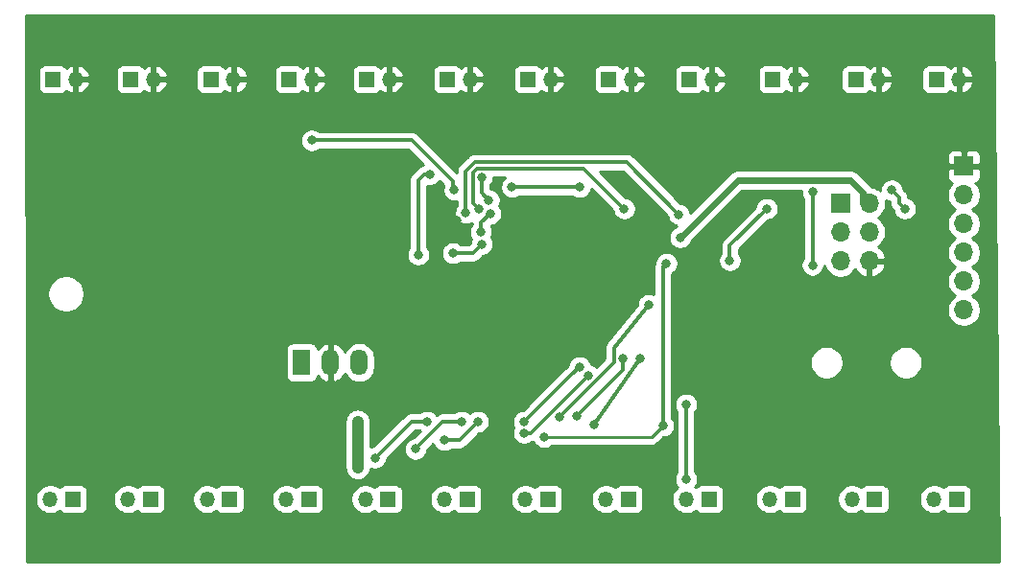
<source format=gbr>
G04 #@! TF.GenerationSoftware,KiCad,Pcbnew,5.1.5-52549c5~84~ubuntu18.04.1*
G04 #@! TF.CreationDate,2019-12-28T22:58:30-05:00*
G04 #@! TF.ProjectId,landfill_board_rev1,6c616e64-6669-46c6-9c5f-626f6172645f,rev?*
G04 #@! TF.SameCoordinates,Original*
G04 #@! TF.FileFunction,Copper,L2,Bot*
G04 #@! TF.FilePolarity,Positive*
%FSLAX46Y46*%
G04 Gerber Fmt 4.6, Leading zero omitted, Abs format (unit mm)*
G04 Created by KiCad (PCBNEW 5.1.5-52549c5~84~ubuntu18.04.1) date 2019-12-28 22:58:30*
%MOMM*%
%LPD*%
G04 APERTURE LIST*
%ADD10O,1.350000X1.350000*%
%ADD11R,1.350000X1.350000*%
%ADD12R,1.500000X2.300000*%
%ADD13O,1.500000X2.300000*%
%ADD14R,1.700000X1.700000*%
%ADD15O,1.700000X1.700000*%
%ADD16C,0.800000*%
%ADD17C,0.600000*%
%ADD18C,1.000000*%
%ADD19C,0.350000*%
%ADD20C,0.250000*%
%ADD21C,0.254000*%
G04 APERTURE END LIST*
D10*
X188283600Y-69367400D03*
D11*
X186283600Y-69367400D03*
D10*
X181171600Y-69367400D03*
D11*
X179171600Y-69367400D03*
D10*
X173837600Y-69367400D03*
D11*
X171837600Y-69367400D03*
D10*
X166471600Y-69367400D03*
D11*
X164471600Y-69367400D03*
D10*
X159359600Y-69367400D03*
D11*
X157359600Y-69367400D03*
D10*
X152247600Y-69367400D03*
D11*
X150247600Y-69367400D03*
D10*
X145135600Y-69367400D03*
D11*
X143135600Y-69367400D03*
D10*
X138023600Y-69367400D03*
D11*
X136023600Y-69367400D03*
D10*
X131165600Y-69367400D03*
D11*
X129165600Y-69367400D03*
D10*
X124275600Y-69367400D03*
D11*
X122275600Y-69367400D03*
D10*
X117195600Y-69367400D03*
D11*
X115195600Y-69367400D03*
D10*
X110337600Y-69367400D03*
D11*
X108337600Y-69367400D03*
D10*
X186061600Y-106451400D03*
D11*
X188061600Y-106451400D03*
D10*
X178822600Y-106451400D03*
D11*
X180822600Y-106451400D03*
D10*
X171583600Y-106451400D03*
D11*
X173583600Y-106451400D03*
D10*
X164217600Y-106451400D03*
D11*
X166217600Y-106451400D03*
D10*
X157105600Y-106451400D03*
D11*
X159105600Y-106451400D03*
D10*
X149993600Y-106451400D03*
D11*
X151993600Y-106451400D03*
D10*
X142881600Y-106451400D03*
D11*
X144881600Y-106451400D03*
D10*
X135896600Y-106451400D03*
D11*
X137896600Y-106451400D03*
D10*
X128911600Y-106451400D03*
D11*
X130911600Y-106451400D03*
D10*
X121926600Y-106451400D03*
D11*
X123926600Y-106451400D03*
D10*
X114941600Y-106451400D03*
D11*
X116941600Y-106451400D03*
D10*
X108083600Y-106451400D03*
D11*
X110083600Y-106451400D03*
D12*
X130276600Y-94386400D03*
D13*
X132816600Y-94386400D03*
X135356600Y-94386400D03*
D14*
X188696600Y-77051400D03*
D15*
X188696600Y-79591400D03*
X188696600Y-82131400D03*
X188696600Y-84671400D03*
X188696600Y-87211400D03*
X188696600Y-89751400D03*
D14*
X177806600Y-80321400D03*
D15*
X180346600Y-80321400D03*
X177806600Y-82861400D03*
X180346600Y-82861400D03*
X177806600Y-85401400D03*
X180346600Y-85401400D03*
D16*
X163677600Y-83337400D03*
X135229600Y-99593400D03*
X135229600Y-103657400D03*
X164185600Y-104673400D03*
X164185600Y-98069400D03*
X146151600Y-78003400D03*
X146786600Y-80035400D03*
X140563600Y-84861400D03*
X141592600Y-77749400D03*
X135102600Y-87909400D03*
X133197600Y-78511400D03*
X123926600Y-78003400D03*
X125958600Y-88036400D03*
X108686600Y-78384400D03*
X112750600Y-66827400D03*
X140690600Y-66700400D03*
X169392600Y-66573400D03*
X168757600Y-95275400D03*
X166090600Y-84607400D03*
X174218600Y-82321400D03*
X158597600Y-88544400D03*
X153263600Y-86639400D03*
X188315600Y-95783400D03*
X177901600Y-103530400D03*
X185648600Y-103403400D03*
X171043600Y-103657400D03*
X157073600Y-103403400D03*
X161518600Y-105562400D03*
X149199600Y-103149400D03*
X141960600Y-103530400D03*
X128371600Y-103403400D03*
X121640600Y-103403400D03*
X114147600Y-103403400D03*
X108178600Y-98958400D03*
X133832600Y-102641400D03*
X133705600Y-105689400D03*
X149961600Y-82448400D03*
X143992600Y-81871400D03*
X152247600Y-92735400D03*
X148926601Y-86912399D03*
X138785600Y-93624400D03*
X142849600Y-101243409D03*
X145818087Y-99613896D03*
X140309600Y-102018409D03*
X144373600Y-99593400D03*
X141325600Y-99593400D03*
X136753600Y-102793409D03*
X149893599Y-99593400D03*
X154787600Y-94767400D03*
X149893599Y-100609400D03*
X155549600Y-95529400D03*
X154533600Y-99085400D03*
X158597600Y-94005400D03*
X160121600Y-94005400D03*
X156057600Y-99847400D03*
X183489600Y-80797400D03*
X182331702Y-79158504D03*
X168051598Y-85369400D03*
X171297600Y-80797400D03*
X131165600Y-74756410D03*
X143738600Y-79146400D03*
X162153600Y-99974400D03*
X162459829Y-85627439D03*
X151669046Y-100966350D03*
X146913600Y-81221400D03*
X145897600Y-80797400D03*
X158724600Y-80797400D03*
X146093608Y-82840408D03*
X163550600Y-81305400D03*
X144754600Y-81178400D03*
X153009600Y-99212400D03*
X160883600Y-89306400D03*
X175361600Y-79273400D03*
X175336200Y-85775800D03*
X148818600Y-78892400D03*
X154787600Y-78892400D03*
X143611600Y-84721400D03*
X146178885Y-83925106D03*
D17*
X179806600Y-79366806D02*
X179806600Y-80321400D01*
X168756497Y-78258503D02*
X178698297Y-78258503D01*
X178698297Y-78258503D02*
X179806600Y-79366806D01*
X163677600Y-83337400D02*
X168756497Y-78258503D01*
D18*
X135229600Y-99593400D02*
X135229600Y-103657400D01*
D19*
X164185600Y-104673400D02*
X164185600Y-98069400D01*
X146151600Y-78003400D02*
X146151600Y-79400400D01*
X146151600Y-79400400D02*
X146786600Y-80035400D01*
X140563600Y-84861400D02*
X140563600Y-84295715D01*
X140563600Y-84295715D02*
X140563600Y-78257400D01*
X140563600Y-78257400D02*
X141071600Y-77749400D01*
X141071600Y-77749400D02*
X141592600Y-77749400D01*
X147548600Y-86512400D02*
X147548600Y-87274400D01*
X142849600Y-101243409D02*
X144188574Y-101243409D01*
X144188574Y-101243409D02*
X145818087Y-99613896D01*
X140309600Y-102018409D02*
X142734609Y-99593400D01*
X142734609Y-99593400D02*
X144373600Y-99593400D01*
X139953609Y-99593400D02*
X141325600Y-99593400D01*
X136753600Y-102793409D02*
X139953609Y-99593400D01*
X154787600Y-94767400D02*
X154025600Y-95461399D01*
X154025600Y-95461399D02*
X149893599Y-99593400D01*
X149893599Y-100609400D02*
X150469600Y-100609400D01*
X150469600Y-100609400D02*
X155549600Y-95529400D01*
X154533600Y-99085400D02*
X158597600Y-95021400D01*
X158597600Y-95021400D02*
X158597600Y-94005400D01*
X156057600Y-99847400D02*
X160121600Y-94005400D01*
X183489600Y-80797400D02*
X182981600Y-80289400D01*
X182981600Y-80289400D02*
X182981600Y-79808402D01*
X182981600Y-79808402D02*
X182331702Y-79158504D01*
X168051598Y-84043402D02*
X171297600Y-80797400D01*
X168051598Y-85369400D02*
X168051598Y-84043402D01*
X139983610Y-74756410D02*
X131165600Y-74756410D01*
X143611600Y-78384400D02*
X139983610Y-74756410D01*
X143738600Y-79146400D02*
X143611600Y-78384400D01*
X162153600Y-99974400D02*
X162153600Y-85933668D01*
X162153600Y-85933668D02*
X162459829Y-85627439D01*
D20*
X161161650Y-100966350D02*
X162153600Y-99974400D01*
X151669046Y-100966350D02*
X161161650Y-100966350D01*
D19*
X155155599Y-77228399D02*
X158724600Y-80797400D01*
X145779599Y-77228399D02*
X155155599Y-77228399D01*
X145376599Y-77631399D02*
X145779599Y-77228399D01*
X145897600Y-80797400D02*
X145376599Y-80276399D01*
X145376599Y-80276399D02*
X145376599Y-77631399D01*
X146093608Y-82840408D02*
X146093608Y-82041392D01*
X146093608Y-82041392D02*
X146913600Y-81221400D01*
X158923589Y-76678389D02*
X163550600Y-81305400D01*
X145551778Y-76678389D02*
X158923589Y-76678389D01*
X144754600Y-77475567D02*
X145551778Y-76678389D01*
X144754600Y-81178400D02*
X144754600Y-77475567D01*
X160883600Y-89306400D02*
X157822599Y-93129401D01*
X157822599Y-93129401D02*
X157822599Y-94399401D01*
X157822599Y-94399401D02*
X153009600Y-99212400D01*
X175361600Y-83538392D02*
X175361600Y-79273400D01*
X175336200Y-85775800D02*
X175361600Y-83538392D01*
X148818600Y-78892400D02*
X154787600Y-78892400D01*
X143611600Y-84721400D02*
X145382591Y-84721400D01*
X145382591Y-84721400D02*
X146178885Y-83925106D01*
D21*
G36*
X191765334Y-111989400D02*
G01*
X106042800Y-111989400D01*
X106031211Y-106322376D01*
X106773600Y-106322376D01*
X106773600Y-106580424D01*
X106823942Y-106833513D01*
X106922693Y-107071918D01*
X107066056Y-107286477D01*
X107248523Y-107468944D01*
X107463082Y-107612307D01*
X107701487Y-107711058D01*
X107954576Y-107761400D01*
X108212624Y-107761400D01*
X108465713Y-107711058D01*
X108704118Y-107612307D01*
X108886113Y-107490703D01*
X108957415Y-107577585D01*
X109054106Y-107656937D01*
X109164420Y-107715902D01*
X109284118Y-107752212D01*
X109408600Y-107764472D01*
X110758600Y-107764472D01*
X110883082Y-107752212D01*
X111002780Y-107715902D01*
X111113094Y-107656937D01*
X111209785Y-107577585D01*
X111289137Y-107480894D01*
X111348102Y-107370580D01*
X111384412Y-107250882D01*
X111396672Y-107126400D01*
X111396672Y-106322376D01*
X113631600Y-106322376D01*
X113631600Y-106580424D01*
X113681942Y-106833513D01*
X113780693Y-107071918D01*
X113924056Y-107286477D01*
X114106523Y-107468944D01*
X114321082Y-107612307D01*
X114559487Y-107711058D01*
X114812576Y-107761400D01*
X115070624Y-107761400D01*
X115323713Y-107711058D01*
X115562118Y-107612307D01*
X115744113Y-107490703D01*
X115815415Y-107577585D01*
X115912106Y-107656937D01*
X116022420Y-107715902D01*
X116142118Y-107752212D01*
X116266600Y-107764472D01*
X117616600Y-107764472D01*
X117741082Y-107752212D01*
X117860780Y-107715902D01*
X117971094Y-107656937D01*
X118067785Y-107577585D01*
X118147137Y-107480894D01*
X118206102Y-107370580D01*
X118242412Y-107250882D01*
X118254672Y-107126400D01*
X118254672Y-106322376D01*
X120616600Y-106322376D01*
X120616600Y-106580424D01*
X120666942Y-106833513D01*
X120765693Y-107071918D01*
X120909056Y-107286477D01*
X121091523Y-107468944D01*
X121306082Y-107612307D01*
X121544487Y-107711058D01*
X121797576Y-107761400D01*
X122055624Y-107761400D01*
X122308713Y-107711058D01*
X122547118Y-107612307D01*
X122729113Y-107490703D01*
X122800415Y-107577585D01*
X122897106Y-107656937D01*
X123007420Y-107715902D01*
X123127118Y-107752212D01*
X123251600Y-107764472D01*
X124601600Y-107764472D01*
X124726082Y-107752212D01*
X124845780Y-107715902D01*
X124956094Y-107656937D01*
X125052785Y-107577585D01*
X125132137Y-107480894D01*
X125191102Y-107370580D01*
X125227412Y-107250882D01*
X125239672Y-107126400D01*
X125239672Y-106322376D01*
X127601600Y-106322376D01*
X127601600Y-106580424D01*
X127651942Y-106833513D01*
X127750693Y-107071918D01*
X127894056Y-107286477D01*
X128076523Y-107468944D01*
X128291082Y-107612307D01*
X128529487Y-107711058D01*
X128782576Y-107761400D01*
X129040624Y-107761400D01*
X129293713Y-107711058D01*
X129532118Y-107612307D01*
X129714113Y-107490703D01*
X129785415Y-107577585D01*
X129882106Y-107656937D01*
X129992420Y-107715902D01*
X130112118Y-107752212D01*
X130236600Y-107764472D01*
X131586600Y-107764472D01*
X131711082Y-107752212D01*
X131830780Y-107715902D01*
X131941094Y-107656937D01*
X132037785Y-107577585D01*
X132117137Y-107480894D01*
X132176102Y-107370580D01*
X132212412Y-107250882D01*
X132224672Y-107126400D01*
X132224672Y-106322376D01*
X134586600Y-106322376D01*
X134586600Y-106580424D01*
X134636942Y-106833513D01*
X134735693Y-107071918D01*
X134879056Y-107286477D01*
X135061523Y-107468944D01*
X135276082Y-107612307D01*
X135514487Y-107711058D01*
X135767576Y-107761400D01*
X136025624Y-107761400D01*
X136278713Y-107711058D01*
X136517118Y-107612307D01*
X136699113Y-107490703D01*
X136770415Y-107577585D01*
X136867106Y-107656937D01*
X136977420Y-107715902D01*
X137097118Y-107752212D01*
X137221600Y-107764472D01*
X138571600Y-107764472D01*
X138696082Y-107752212D01*
X138815780Y-107715902D01*
X138926094Y-107656937D01*
X139022785Y-107577585D01*
X139102137Y-107480894D01*
X139161102Y-107370580D01*
X139197412Y-107250882D01*
X139209672Y-107126400D01*
X139209672Y-106322376D01*
X141571600Y-106322376D01*
X141571600Y-106580424D01*
X141621942Y-106833513D01*
X141720693Y-107071918D01*
X141864056Y-107286477D01*
X142046523Y-107468944D01*
X142261082Y-107612307D01*
X142499487Y-107711058D01*
X142752576Y-107761400D01*
X143010624Y-107761400D01*
X143263713Y-107711058D01*
X143502118Y-107612307D01*
X143684113Y-107490703D01*
X143755415Y-107577585D01*
X143852106Y-107656937D01*
X143962420Y-107715902D01*
X144082118Y-107752212D01*
X144206600Y-107764472D01*
X145556600Y-107764472D01*
X145681082Y-107752212D01*
X145800780Y-107715902D01*
X145911094Y-107656937D01*
X146007785Y-107577585D01*
X146087137Y-107480894D01*
X146146102Y-107370580D01*
X146182412Y-107250882D01*
X146194672Y-107126400D01*
X146194672Y-106322376D01*
X148683600Y-106322376D01*
X148683600Y-106580424D01*
X148733942Y-106833513D01*
X148832693Y-107071918D01*
X148976056Y-107286477D01*
X149158523Y-107468944D01*
X149373082Y-107612307D01*
X149611487Y-107711058D01*
X149864576Y-107761400D01*
X150122624Y-107761400D01*
X150375713Y-107711058D01*
X150614118Y-107612307D01*
X150796113Y-107490703D01*
X150867415Y-107577585D01*
X150964106Y-107656937D01*
X151074420Y-107715902D01*
X151194118Y-107752212D01*
X151318600Y-107764472D01*
X152668600Y-107764472D01*
X152793082Y-107752212D01*
X152912780Y-107715902D01*
X153023094Y-107656937D01*
X153119785Y-107577585D01*
X153199137Y-107480894D01*
X153258102Y-107370580D01*
X153294412Y-107250882D01*
X153306672Y-107126400D01*
X153306672Y-106322376D01*
X155795600Y-106322376D01*
X155795600Y-106580424D01*
X155845942Y-106833513D01*
X155944693Y-107071918D01*
X156088056Y-107286477D01*
X156270523Y-107468944D01*
X156485082Y-107612307D01*
X156723487Y-107711058D01*
X156976576Y-107761400D01*
X157234624Y-107761400D01*
X157487713Y-107711058D01*
X157726118Y-107612307D01*
X157908113Y-107490703D01*
X157979415Y-107577585D01*
X158076106Y-107656937D01*
X158186420Y-107715902D01*
X158306118Y-107752212D01*
X158430600Y-107764472D01*
X159780600Y-107764472D01*
X159905082Y-107752212D01*
X160024780Y-107715902D01*
X160135094Y-107656937D01*
X160231785Y-107577585D01*
X160311137Y-107480894D01*
X160370102Y-107370580D01*
X160406412Y-107250882D01*
X160418672Y-107126400D01*
X160418672Y-106322376D01*
X162907600Y-106322376D01*
X162907600Y-106580424D01*
X162957942Y-106833513D01*
X163056693Y-107071918D01*
X163200056Y-107286477D01*
X163382523Y-107468944D01*
X163597082Y-107612307D01*
X163835487Y-107711058D01*
X164088576Y-107761400D01*
X164346624Y-107761400D01*
X164599713Y-107711058D01*
X164838118Y-107612307D01*
X165020113Y-107490703D01*
X165091415Y-107577585D01*
X165188106Y-107656937D01*
X165298420Y-107715902D01*
X165418118Y-107752212D01*
X165542600Y-107764472D01*
X166892600Y-107764472D01*
X167017082Y-107752212D01*
X167136780Y-107715902D01*
X167247094Y-107656937D01*
X167343785Y-107577585D01*
X167423137Y-107480894D01*
X167482102Y-107370580D01*
X167518412Y-107250882D01*
X167530672Y-107126400D01*
X167530672Y-106322376D01*
X170273600Y-106322376D01*
X170273600Y-106580424D01*
X170323942Y-106833513D01*
X170422693Y-107071918D01*
X170566056Y-107286477D01*
X170748523Y-107468944D01*
X170963082Y-107612307D01*
X171201487Y-107711058D01*
X171454576Y-107761400D01*
X171712624Y-107761400D01*
X171965713Y-107711058D01*
X172204118Y-107612307D01*
X172386113Y-107490703D01*
X172457415Y-107577585D01*
X172554106Y-107656937D01*
X172664420Y-107715902D01*
X172784118Y-107752212D01*
X172908600Y-107764472D01*
X174258600Y-107764472D01*
X174383082Y-107752212D01*
X174502780Y-107715902D01*
X174613094Y-107656937D01*
X174709785Y-107577585D01*
X174789137Y-107480894D01*
X174848102Y-107370580D01*
X174884412Y-107250882D01*
X174896672Y-107126400D01*
X174896672Y-106322376D01*
X177512600Y-106322376D01*
X177512600Y-106580424D01*
X177562942Y-106833513D01*
X177661693Y-107071918D01*
X177805056Y-107286477D01*
X177987523Y-107468944D01*
X178202082Y-107612307D01*
X178440487Y-107711058D01*
X178693576Y-107761400D01*
X178951624Y-107761400D01*
X179204713Y-107711058D01*
X179443118Y-107612307D01*
X179625113Y-107490703D01*
X179696415Y-107577585D01*
X179793106Y-107656937D01*
X179903420Y-107715902D01*
X180023118Y-107752212D01*
X180147600Y-107764472D01*
X181497600Y-107764472D01*
X181622082Y-107752212D01*
X181741780Y-107715902D01*
X181852094Y-107656937D01*
X181948785Y-107577585D01*
X182028137Y-107480894D01*
X182087102Y-107370580D01*
X182123412Y-107250882D01*
X182135672Y-107126400D01*
X182135672Y-106322376D01*
X184751600Y-106322376D01*
X184751600Y-106580424D01*
X184801942Y-106833513D01*
X184900693Y-107071918D01*
X185044056Y-107286477D01*
X185226523Y-107468944D01*
X185441082Y-107612307D01*
X185679487Y-107711058D01*
X185932576Y-107761400D01*
X186190624Y-107761400D01*
X186443713Y-107711058D01*
X186682118Y-107612307D01*
X186864113Y-107490703D01*
X186935415Y-107577585D01*
X187032106Y-107656937D01*
X187142420Y-107715902D01*
X187262118Y-107752212D01*
X187386600Y-107764472D01*
X188736600Y-107764472D01*
X188861082Y-107752212D01*
X188980780Y-107715902D01*
X189091094Y-107656937D01*
X189187785Y-107577585D01*
X189267137Y-107480894D01*
X189326102Y-107370580D01*
X189362412Y-107250882D01*
X189374672Y-107126400D01*
X189374672Y-105776400D01*
X189362412Y-105651918D01*
X189326102Y-105532220D01*
X189267137Y-105421906D01*
X189187785Y-105325215D01*
X189091094Y-105245863D01*
X188980780Y-105186898D01*
X188861082Y-105150588D01*
X188736600Y-105138328D01*
X187386600Y-105138328D01*
X187262118Y-105150588D01*
X187142420Y-105186898D01*
X187032106Y-105245863D01*
X186935415Y-105325215D01*
X186864113Y-105412097D01*
X186682118Y-105290493D01*
X186443713Y-105191742D01*
X186190624Y-105141400D01*
X185932576Y-105141400D01*
X185679487Y-105191742D01*
X185441082Y-105290493D01*
X185226523Y-105433856D01*
X185044056Y-105616323D01*
X184900693Y-105830882D01*
X184801942Y-106069287D01*
X184751600Y-106322376D01*
X182135672Y-106322376D01*
X182135672Y-105776400D01*
X182123412Y-105651918D01*
X182087102Y-105532220D01*
X182028137Y-105421906D01*
X181948785Y-105325215D01*
X181852094Y-105245863D01*
X181741780Y-105186898D01*
X181622082Y-105150588D01*
X181497600Y-105138328D01*
X180147600Y-105138328D01*
X180023118Y-105150588D01*
X179903420Y-105186898D01*
X179793106Y-105245863D01*
X179696415Y-105325215D01*
X179625113Y-105412097D01*
X179443118Y-105290493D01*
X179204713Y-105191742D01*
X178951624Y-105141400D01*
X178693576Y-105141400D01*
X178440487Y-105191742D01*
X178202082Y-105290493D01*
X177987523Y-105433856D01*
X177805056Y-105616323D01*
X177661693Y-105830882D01*
X177562942Y-106069287D01*
X177512600Y-106322376D01*
X174896672Y-106322376D01*
X174896672Y-105776400D01*
X174884412Y-105651918D01*
X174848102Y-105532220D01*
X174789137Y-105421906D01*
X174709785Y-105325215D01*
X174613094Y-105245863D01*
X174502780Y-105186898D01*
X174383082Y-105150588D01*
X174258600Y-105138328D01*
X172908600Y-105138328D01*
X172784118Y-105150588D01*
X172664420Y-105186898D01*
X172554106Y-105245863D01*
X172457415Y-105325215D01*
X172386113Y-105412097D01*
X172204118Y-105290493D01*
X171965713Y-105191742D01*
X171712624Y-105141400D01*
X171454576Y-105141400D01*
X171201487Y-105191742D01*
X170963082Y-105290493D01*
X170748523Y-105433856D01*
X170566056Y-105616323D01*
X170422693Y-105830882D01*
X170323942Y-106069287D01*
X170273600Y-106322376D01*
X167530672Y-106322376D01*
X167530672Y-105776400D01*
X167518412Y-105651918D01*
X167482102Y-105532220D01*
X167423137Y-105421906D01*
X167343785Y-105325215D01*
X167247094Y-105245863D01*
X167136780Y-105186898D01*
X167017082Y-105150588D01*
X166892600Y-105138328D01*
X165542600Y-105138328D01*
X165418118Y-105150588D01*
X165298420Y-105186898D01*
X165188106Y-105245863D01*
X165091415Y-105325215D01*
X165020113Y-105412097D01*
X164954473Y-105368238D01*
X164989537Y-105333174D01*
X165102805Y-105163656D01*
X165180826Y-104975298D01*
X165220600Y-104775339D01*
X165220600Y-104571461D01*
X165180826Y-104371502D01*
X165102805Y-104183144D01*
X164995600Y-104022700D01*
X164995600Y-98720100D01*
X165102805Y-98559656D01*
X165180826Y-98371298D01*
X165220600Y-98171339D01*
X165220600Y-97967461D01*
X165180826Y-97767502D01*
X165102805Y-97579144D01*
X164989537Y-97409626D01*
X164845374Y-97265463D01*
X164675856Y-97152195D01*
X164487498Y-97074174D01*
X164287539Y-97034400D01*
X164083661Y-97034400D01*
X163883702Y-97074174D01*
X163695344Y-97152195D01*
X163525826Y-97265463D01*
X163381663Y-97409626D01*
X163268395Y-97579144D01*
X163190374Y-97767502D01*
X163150600Y-97967461D01*
X163150600Y-98171339D01*
X163190374Y-98371298D01*
X163268395Y-98559656D01*
X163375601Y-98720101D01*
X163375600Y-104022700D01*
X163268395Y-104183144D01*
X163190374Y-104371502D01*
X163150600Y-104571461D01*
X163150600Y-104775339D01*
X163190374Y-104975298D01*
X163268395Y-105163656D01*
X163381663Y-105333174D01*
X163442362Y-105393873D01*
X163382523Y-105433856D01*
X163200056Y-105616323D01*
X163056693Y-105830882D01*
X162957942Y-106069287D01*
X162907600Y-106322376D01*
X160418672Y-106322376D01*
X160418672Y-105776400D01*
X160406412Y-105651918D01*
X160370102Y-105532220D01*
X160311137Y-105421906D01*
X160231785Y-105325215D01*
X160135094Y-105245863D01*
X160024780Y-105186898D01*
X159905082Y-105150588D01*
X159780600Y-105138328D01*
X158430600Y-105138328D01*
X158306118Y-105150588D01*
X158186420Y-105186898D01*
X158076106Y-105245863D01*
X157979415Y-105325215D01*
X157908113Y-105412097D01*
X157726118Y-105290493D01*
X157487713Y-105191742D01*
X157234624Y-105141400D01*
X156976576Y-105141400D01*
X156723487Y-105191742D01*
X156485082Y-105290493D01*
X156270523Y-105433856D01*
X156088056Y-105616323D01*
X155944693Y-105830882D01*
X155845942Y-106069287D01*
X155795600Y-106322376D01*
X153306672Y-106322376D01*
X153306672Y-105776400D01*
X153294412Y-105651918D01*
X153258102Y-105532220D01*
X153199137Y-105421906D01*
X153119785Y-105325215D01*
X153023094Y-105245863D01*
X152912780Y-105186898D01*
X152793082Y-105150588D01*
X152668600Y-105138328D01*
X151318600Y-105138328D01*
X151194118Y-105150588D01*
X151074420Y-105186898D01*
X150964106Y-105245863D01*
X150867415Y-105325215D01*
X150796113Y-105412097D01*
X150614118Y-105290493D01*
X150375713Y-105191742D01*
X150122624Y-105141400D01*
X149864576Y-105141400D01*
X149611487Y-105191742D01*
X149373082Y-105290493D01*
X149158523Y-105433856D01*
X148976056Y-105616323D01*
X148832693Y-105830882D01*
X148733942Y-106069287D01*
X148683600Y-106322376D01*
X146194672Y-106322376D01*
X146194672Y-105776400D01*
X146182412Y-105651918D01*
X146146102Y-105532220D01*
X146087137Y-105421906D01*
X146007785Y-105325215D01*
X145911094Y-105245863D01*
X145800780Y-105186898D01*
X145681082Y-105150588D01*
X145556600Y-105138328D01*
X144206600Y-105138328D01*
X144082118Y-105150588D01*
X143962420Y-105186898D01*
X143852106Y-105245863D01*
X143755415Y-105325215D01*
X143684113Y-105412097D01*
X143502118Y-105290493D01*
X143263713Y-105191742D01*
X143010624Y-105141400D01*
X142752576Y-105141400D01*
X142499487Y-105191742D01*
X142261082Y-105290493D01*
X142046523Y-105433856D01*
X141864056Y-105616323D01*
X141720693Y-105830882D01*
X141621942Y-106069287D01*
X141571600Y-106322376D01*
X139209672Y-106322376D01*
X139209672Y-105776400D01*
X139197412Y-105651918D01*
X139161102Y-105532220D01*
X139102137Y-105421906D01*
X139022785Y-105325215D01*
X138926094Y-105245863D01*
X138815780Y-105186898D01*
X138696082Y-105150588D01*
X138571600Y-105138328D01*
X137221600Y-105138328D01*
X137097118Y-105150588D01*
X136977420Y-105186898D01*
X136867106Y-105245863D01*
X136770415Y-105325215D01*
X136699113Y-105412097D01*
X136517118Y-105290493D01*
X136278713Y-105191742D01*
X136025624Y-105141400D01*
X135767576Y-105141400D01*
X135514487Y-105191742D01*
X135276082Y-105290493D01*
X135061523Y-105433856D01*
X134879056Y-105616323D01*
X134735693Y-105830882D01*
X134636942Y-106069287D01*
X134586600Y-106322376D01*
X132224672Y-106322376D01*
X132224672Y-105776400D01*
X132212412Y-105651918D01*
X132176102Y-105532220D01*
X132117137Y-105421906D01*
X132037785Y-105325215D01*
X131941094Y-105245863D01*
X131830780Y-105186898D01*
X131711082Y-105150588D01*
X131586600Y-105138328D01*
X130236600Y-105138328D01*
X130112118Y-105150588D01*
X129992420Y-105186898D01*
X129882106Y-105245863D01*
X129785415Y-105325215D01*
X129714113Y-105412097D01*
X129532118Y-105290493D01*
X129293713Y-105191742D01*
X129040624Y-105141400D01*
X128782576Y-105141400D01*
X128529487Y-105191742D01*
X128291082Y-105290493D01*
X128076523Y-105433856D01*
X127894056Y-105616323D01*
X127750693Y-105830882D01*
X127651942Y-106069287D01*
X127601600Y-106322376D01*
X125239672Y-106322376D01*
X125239672Y-105776400D01*
X125227412Y-105651918D01*
X125191102Y-105532220D01*
X125132137Y-105421906D01*
X125052785Y-105325215D01*
X124956094Y-105245863D01*
X124845780Y-105186898D01*
X124726082Y-105150588D01*
X124601600Y-105138328D01*
X123251600Y-105138328D01*
X123127118Y-105150588D01*
X123007420Y-105186898D01*
X122897106Y-105245863D01*
X122800415Y-105325215D01*
X122729113Y-105412097D01*
X122547118Y-105290493D01*
X122308713Y-105191742D01*
X122055624Y-105141400D01*
X121797576Y-105141400D01*
X121544487Y-105191742D01*
X121306082Y-105290493D01*
X121091523Y-105433856D01*
X120909056Y-105616323D01*
X120765693Y-105830882D01*
X120666942Y-106069287D01*
X120616600Y-106322376D01*
X118254672Y-106322376D01*
X118254672Y-105776400D01*
X118242412Y-105651918D01*
X118206102Y-105532220D01*
X118147137Y-105421906D01*
X118067785Y-105325215D01*
X117971094Y-105245863D01*
X117860780Y-105186898D01*
X117741082Y-105150588D01*
X117616600Y-105138328D01*
X116266600Y-105138328D01*
X116142118Y-105150588D01*
X116022420Y-105186898D01*
X115912106Y-105245863D01*
X115815415Y-105325215D01*
X115744113Y-105412097D01*
X115562118Y-105290493D01*
X115323713Y-105191742D01*
X115070624Y-105141400D01*
X114812576Y-105141400D01*
X114559487Y-105191742D01*
X114321082Y-105290493D01*
X114106523Y-105433856D01*
X113924056Y-105616323D01*
X113780693Y-105830882D01*
X113681942Y-106069287D01*
X113631600Y-106322376D01*
X111396672Y-106322376D01*
X111396672Y-105776400D01*
X111384412Y-105651918D01*
X111348102Y-105532220D01*
X111289137Y-105421906D01*
X111209785Y-105325215D01*
X111113094Y-105245863D01*
X111002780Y-105186898D01*
X110883082Y-105150588D01*
X110758600Y-105138328D01*
X109408600Y-105138328D01*
X109284118Y-105150588D01*
X109164420Y-105186898D01*
X109054106Y-105245863D01*
X108957415Y-105325215D01*
X108886113Y-105412097D01*
X108704118Y-105290493D01*
X108465713Y-105191742D01*
X108212624Y-105141400D01*
X107954576Y-105141400D01*
X107701487Y-105191742D01*
X107463082Y-105290493D01*
X107248523Y-105433856D01*
X107066056Y-105616323D01*
X106922693Y-105830882D01*
X106823942Y-106069287D01*
X106773600Y-106322376D01*
X106031211Y-106322376D01*
X106017337Y-99537649D01*
X134094600Y-99537649D01*
X134094601Y-103713152D01*
X134111024Y-103879899D01*
X134175925Y-104093847D01*
X134281317Y-104291023D01*
X134423152Y-104463849D01*
X134595978Y-104605684D01*
X134793154Y-104711076D01*
X135007102Y-104775977D01*
X135229600Y-104797891D01*
X135452099Y-104775977D01*
X135666047Y-104711076D01*
X135863223Y-104605684D01*
X136036049Y-104463849D01*
X136177884Y-104291023D01*
X136283276Y-104093847D01*
X136348177Y-103879899D01*
X136360871Y-103751011D01*
X136451702Y-103788635D01*
X136651661Y-103828409D01*
X136855539Y-103828409D01*
X137055498Y-103788635D01*
X137243856Y-103710614D01*
X137413374Y-103597346D01*
X137557537Y-103453183D01*
X137670805Y-103283665D01*
X137748826Y-103095307D01*
X137786471Y-102906050D01*
X140289122Y-100403400D01*
X140674900Y-100403400D01*
X140737361Y-100445135D01*
X140196959Y-100985538D01*
X140007702Y-101023183D01*
X139819344Y-101101204D01*
X139649826Y-101214472D01*
X139505663Y-101358635D01*
X139392395Y-101528153D01*
X139314374Y-101716511D01*
X139274600Y-101916470D01*
X139274600Y-102120348D01*
X139314374Y-102320307D01*
X139392395Y-102508665D01*
X139505663Y-102678183D01*
X139649826Y-102822346D01*
X139819344Y-102935614D01*
X140007702Y-103013635D01*
X140207661Y-103053409D01*
X140411539Y-103053409D01*
X140611498Y-103013635D01*
X140799856Y-102935614D01*
X140969374Y-102822346D01*
X141113537Y-102678183D01*
X141226805Y-102508665D01*
X141304826Y-102320307D01*
X141342471Y-102131050D01*
X141876001Y-101597520D01*
X141932395Y-101733665D01*
X142045663Y-101903183D01*
X142189826Y-102047346D01*
X142359344Y-102160614D01*
X142547702Y-102238635D01*
X142747661Y-102278409D01*
X142951539Y-102278409D01*
X143151498Y-102238635D01*
X143339856Y-102160614D01*
X143500300Y-102053409D01*
X144148786Y-102053409D01*
X144188574Y-102057328D01*
X144228362Y-102053409D01*
X144228365Y-102053409D01*
X144347362Y-102041689D01*
X144500047Y-101995372D01*
X144640763Y-101920158D01*
X144764102Y-101818937D01*
X144789473Y-101788022D01*
X145930729Y-100646767D01*
X146119985Y-100609122D01*
X146308343Y-100531101D01*
X146477861Y-100417833D01*
X146622024Y-100273670D01*
X146735292Y-100104152D01*
X146813313Y-99915794D01*
X146853087Y-99715835D01*
X146853087Y-99511957D01*
X146849011Y-99491461D01*
X148858599Y-99491461D01*
X148858599Y-99695339D01*
X148898373Y-99895298D01*
X148976394Y-100083656D01*
X148988250Y-100101400D01*
X148976394Y-100119144D01*
X148898373Y-100307502D01*
X148858599Y-100507461D01*
X148858599Y-100711339D01*
X148898373Y-100911298D01*
X148976394Y-101099656D01*
X149089662Y-101269174D01*
X149233825Y-101413337D01*
X149403343Y-101526605D01*
X149591701Y-101604626D01*
X149791660Y-101644400D01*
X149995538Y-101644400D01*
X150195497Y-101604626D01*
X150383855Y-101526605D01*
X150550334Y-101415368D01*
X150628388Y-101407680D01*
X150720057Y-101379872D01*
X150751841Y-101456606D01*
X150865109Y-101626124D01*
X151009272Y-101770287D01*
X151178790Y-101883555D01*
X151367148Y-101961576D01*
X151567107Y-102001350D01*
X151770985Y-102001350D01*
X151970944Y-101961576D01*
X152159302Y-101883555D01*
X152328820Y-101770287D01*
X152372757Y-101726350D01*
X161124328Y-101726350D01*
X161161650Y-101730026D01*
X161198972Y-101726350D01*
X161198983Y-101726350D01*
X161310636Y-101715353D01*
X161453897Y-101671896D01*
X161585926Y-101601324D01*
X161701651Y-101506351D01*
X161725454Y-101477348D01*
X162193401Y-101009400D01*
X162255539Y-101009400D01*
X162455498Y-100969626D01*
X162643856Y-100891605D01*
X162813374Y-100778337D01*
X162957537Y-100634174D01*
X163070805Y-100464656D01*
X163148826Y-100276298D01*
X163188600Y-100076339D01*
X163188600Y-99872461D01*
X163148826Y-99672502D01*
X163070805Y-99484144D01*
X162963600Y-99323700D01*
X162963600Y-94240140D01*
X175091600Y-94240140D01*
X175091600Y-94532660D01*
X175148668Y-94819558D01*
X175260610Y-95089811D01*
X175423125Y-95333032D01*
X175629968Y-95539875D01*
X175873189Y-95702390D01*
X176143442Y-95814332D01*
X176430340Y-95871400D01*
X176722860Y-95871400D01*
X177009758Y-95814332D01*
X177280011Y-95702390D01*
X177523232Y-95539875D01*
X177730075Y-95333032D01*
X177892590Y-95089811D01*
X178004532Y-94819558D01*
X178061600Y-94532660D01*
X178061600Y-94240140D01*
X182091600Y-94240140D01*
X182091600Y-94532660D01*
X182148668Y-94819558D01*
X182260610Y-95089811D01*
X182423125Y-95333032D01*
X182629968Y-95539875D01*
X182873189Y-95702390D01*
X183143442Y-95814332D01*
X183430340Y-95871400D01*
X183722860Y-95871400D01*
X184009758Y-95814332D01*
X184280011Y-95702390D01*
X184523232Y-95539875D01*
X184730075Y-95333032D01*
X184892590Y-95089811D01*
X185004532Y-94819558D01*
X185061600Y-94532660D01*
X185061600Y-94240140D01*
X185004532Y-93953242D01*
X184892590Y-93682989D01*
X184730075Y-93439768D01*
X184523232Y-93232925D01*
X184280011Y-93070410D01*
X184009758Y-92958468D01*
X183722860Y-92901400D01*
X183430340Y-92901400D01*
X183143442Y-92958468D01*
X182873189Y-93070410D01*
X182629968Y-93232925D01*
X182423125Y-93439768D01*
X182260610Y-93682989D01*
X182148668Y-93953242D01*
X182091600Y-94240140D01*
X178061600Y-94240140D01*
X178004532Y-93953242D01*
X177892590Y-93682989D01*
X177730075Y-93439768D01*
X177523232Y-93232925D01*
X177280011Y-93070410D01*
X177009758Y-92958468D01*
X176722860Y-92901400D01*
X176430340Y-92901400D01*
X176143442Y-92958468D01*
X175873189Y-93070410D01*
X175629968Y-93232925D01*
X175423125Y-93439768D01*
X175260610Y-93682989D01*
X175148668Y-93953242D01*
X175091600Y-94240140D01*
X162963600Y-94240140D01*
X162963600Y-86535614D01*
X163119603Y-86431376D01*
X163263766Y-86287213D01*
X163377034Y-86117695D01*
X163455055Y-85929337D01*
X163494829Y-85729378D01*
X163494829Y-85525500D01*
X163455055Y-85325541D01*
X163430998Y-85267461D01*
X167016598Y-85267461D01*
X167016598Y-85471339D01*
X167056372Y-85671298D01*
X167134393Y-85859656D01*
X167247661Y-86029174D01*
X167391824Y-86173337D01*
X167561342Y-86286605D01*
X167749700Y-86364626D01*
X167949659Y-86404400D01*
X168153537Y-86404400D01*
X168353496Y-86364626D01*
X168541854Y-86286605D01*
X168711372Y-86173337D01*
X168855535Y-86029174D01*
X168968803Y-85859656D01*
X169046824Y-85671298D01*
X169086598Y-85471339D01*
X169086598Y-85267461D01*
X169046824Y-85067502D01*
X168968803Y-84879144D01*
X168861598Y-84718700D01*
X168861598Y-84378914D01*
X171410242Y-81830271D01*
X171599498Y-81792626D01*
X171787856Y-81714605D01*
X171957374Y-81601337D01*
X172101537Y-81457174D01*
X172214805Y-81287656D01*
X172292826Y-81099298D01*
X172332600Y-80899339D01*
X172332600Y-80695461D01*
X172292826Y-80495502D01*
X172214805Y-80307144D01*
X172101537Y-80137626D01*
X171957374Y-79993463D01*
X171787856Y-79880195D01*
X171599498Y-79802174D01*
X171399539Y-79762400D01*
X171195661Y-79762400D01*
X170995702Y-79802174D01*
X170807344Y-79880195D01*
X170637826Y-79993463D01*
X170493663Y-80137626D01*
X170380395Y-80307144D01*
X170302374Y-80495502D01*
X170264729Y-80684758D01*
X167506981Y-83442507D01*
X167476071Y-83467874D01*
X167432726Y-83520691D01*
X167374849Y-83591213D01*
X167305912Y-83720187D01*
X167299636Y-83731929D01*
X167260977Y-83859371D01*
X167253319Y-83884615D01*
X167237679Y-84043402D01*
X167241599Y-84083200D01*
X167241598Y-84718699D01*
X167134393Y-84879144D01*
X167056372Y-85067502D01*
X167016598Y-85267461D01*
X163430998Y-85267461D01*
X163377034Y-85137183D01*
X163263766Y-84967665D01*
X163119603Y-84823502D01*
X162950085Y-84710234D01*
X162761727Y-84632213D01*
X162561768Y-84592439D01*
X162357890Y-84592439D01*
X162157931Y-84632213D01*
X161969573Y-84710234D01*
X161800055Y-84823502D01*
X161655892Y-84967665D01*
X161542624Y-85137183D01*
X161464603Y-85325541D01*
X161424829Y-85525500D01*
X161424829Y-85578807D01*
X161406359Y-85613363D01*
X161401638Y-85622195D01*
X161370028Y-85726400D01*
X161355321Y-85774881D01*
X161339681Y-85933668D01*
X161343601Y-85973466D01*
X161343601Y-88376663D01*
X161185498Y-88311174D01*
X160985539Y-88271400D01*
X160781661Y-88271400D01*
X160581702Y-88311174D01*
X160393344Y-88389195D01*
X160223826Y-88502463D01*
X160079663Y-88646626D01*
X159966395Y-88816144D01*
X159888374Y-89004502D01*
X159848600Y-89204461D01*
X159848600Y-89303090D01*
X157193372Y-92619306D01*
X157145850Y-92677213D01*
X157124693Y-92716795D01*
X157100209Y-92754413D01*
X157087174Y-92786988D01*
X157070636Y-92817929D01*
X157057607Y-92860879D01*
X157040933Y-92902549D01*
X157034505Y-92937037D01*
X157024319Y-92970614D01*
X157019919Y-93015287D01*
X157011696Y-93059404D01*
X157012599Y-93134247D01*
X157012600Y-94063887D01*
X156280199Y-94796288D01*
X156209374Y-94725463D01*
X156039856Y-94612195D01*
X155851498Y-94534174D01*
X155794219Y-94522781D01*
X155782826Y-94465502D01*
X155704805Y-94277144D01*
X155591537Y-94107626D01*
X155447374Y-93963463D01*
X155277856Y-93850195D01*
X155089498Y-93772174D01*
X154889539Y-93732400D01*
X154685661Y-93732400D01*
X154485702Y-93772174D01*
X154297344Y-93850195D01*
X154127826Y-93963463D01*
X153983663Y-94107626D01*
X153870395Y-94277144D01*
X153792374Y-94465502D01*
X153764993Y-94603157D01*
X153495623Y-94848489D01*
X153480980Y-94860506D01*
X153466200Y-94875286D01*
X153450770Y-94889339D01*
X153438102Y-94903385D01*
X149780958Y-98560529D01*
X149591701Y-98598174D01*
X149403343Y-98676195D01*
X149233825Y-98789463D01*
X149089662Y-98933626D01*
X148976394Y-99103144D01*
X148898373Y-99291502D01*
X148858599Y-99491461D01*
X146849011Y-99491461D01*
X146813313Y-99311998D01*
X146735292Y-99123640D01*
X146622024Y-98954122D01*
X146477861Y-98809959D01*
X146308343Y-98696691D01*
X146119985Y-98618670D01*
X145920026Y-98578896D01*
X145716148Y-98578896D01*
X145516189Y-98618670D01*
X145327831Y-98696691D01*
X145158313Y-98809959D01*
X145106092Y-98862181D01*
X145033374Y-98789463D01*
X144863856Y-98676195D01*
X144675498Y-98598174D01*
X144475539Y-98558400D01*
X144271661Y-98558400D01*
X144071702Y-98598174D01*
X143883344Y-98676195D01*
X143722900Y-98783400D01*
X142774397Y-98783400D01*
X142734609Y-98779481D01*
X142694821Y-98783400D01*
X142694818Y-98783400D01*
X142575821Y-98795120D01*
X142458672Y-98830657D01*
X142423135Y-98841437D01*
X142293924Y-98910502D01*
X142282420Y-98916651D01*
X142176356Y-99003695D01*
X142129537Y-98933626D01*
X141985374Y-98789463D01*
X141815856Y-98676195D01*
X141627498Y-98598174D01*
X141427539Y-98558400D01*
X141223661Y-98558400D01*
X141023702Y-98598174D01*
X140835344Y-98676195D01*
X140674900Y-98783400D01*
X139993396Y-98783400D01*
X139953608Y-98779481D01*
X139913820Y-98783400D01*
X139913818Y-98783400D01*
X139794821Y-98795120D01*
X139642136Y-98841437D01*
X139603789Y-98861934D01*
X139501419Y-98916651D01*
X139476445Y-98937147D01*
X139378081Y-99017872D01*
X139352716Y-99048780D01*
X136640959Y-101760538D01*
X136451702Y-101798183D01*
X136364600Y-101834262D01*
X136364600Y-99537648D01*
X136348177Y-99370901D01*
X136283276Y-99156953D01*
X136177884Y-98959777D01*
X136036049Y-98786951D01*
X135863223Y-98645116D01*
X135666046Y-98539724D01*
X135452098Y-98474823D01*
X135229600Y-98452909D01*
X135007101Y-98474823D01*
X134793153Y-98539724D01*
X134595977Y-98645116D01*
X134423151Y-98786951D01*
X134281316Y-98959777D01*
X134175924Y-99156954D01*
X134111023Y-99370902D01*
X134094600Y-99537649D01*
X106017337Y-99537649D01*
X106004451Y-93236400D01*
X128888528Y-93236400D01*
X128888528Y-95536400D01*
X128900788Y-95660882D01*
X128937098Y-95780580D01*
X128996063Y-95890894D01*
X129075415Y-95987585D01*
X129172106Y-96066937D01*
X129282420Y-96125902D01*
X129402118Y-96162212D01*
X129526600Y-96174472D01*
X131026600Y-96174472D01*
X131151082Y-96162212D01*
X131270780Y-96125902D01*
X131381094Y-96066937D01*
X131477785Y-95987585D01*
X131557137Y-95890894D01*
X131616102Y-95780580D01*
X131652412Y-95660882D01*
X131663182Y-95551526D01*
X131735572Y-95661461D01*
X131927060Y-95855545D01*
X132152732Y-96008542D01*
X132403916Y-96114573D01*
X132475415Y-96128718D01*
X132689600Y-96006056D01*
X132689600Y-94513400D01*
X132669600Y-94513400D01*
X132669600Y-94259400D01*
X132689600Y-94259400D01*
X132689600Y-92766744D01*
X132943600Y-92766744D01*
X132943600Y-94259400D01*
X132963600Y-94259400D01*
X132963600Y-94513400D01*
X132943600Y-94513400D01*
X132943600Y-96006056D01*
X133157785Y-96128718D01*
X133229284Y-96114573D01*
X133480468Y-96008542D01*
X133706140Y-95855545D01*
X133897628Y-95661461D01*
X134047572Y-95433749D01*
X134084114Y-95343822D01*
X134199443Y-95559588D01*
X134372520Y-95770481D01*
X134583413Y-95943557D01*
X134824020Y-96072164D01*
X135085094Y-96151360D01*
X135356600Y-96178101D01*
X135628107Y-96151360D01*
X135889181Y-96072164D01*
X136129788Y-95943557D01*
X136340681Y-95770481D01*
X136513757Y-95559588D01*
X136642364Y-95318981D01*
X136721560Y-95057907D01*
X136741600Y-94854436D01*
X136741600Y-93918363D01*
X136721560Y-93714893D01*
X136642364Y-93453819D01*
X136513757Y-93213212D01*
X136340680Y-93002319D01*
X136129787Y-92829243D01*
X135889180Y-92700636D01*
X135628106Y-92621440D01*
X135356600Y-92594699D01*
X135085093Y-92621440D01*
X134824019Y-92700636D01*
X134583412Y-92829243D01*
X134372519Y-93002320D01*
X134199443Y-93213213D01*
X134084114Y-93428979D01*
X134047572Y-93339051D01*
X133897628Y-93111339D01*
X133706140Y-92917255D01*
X133480468Y-92764258D01*
X133229284Y-92658227D01*
X133157785Y-92644082D01*
X132943600Y-92766744D01*
X132689600Y-92766744D01*
X132475415Y-92644082D01*
X132403916Y-92658227D01*
X132152732Y-92764258D01*
X131927060Y-92917255D01*
X131735572Y-93111339D01*
X131663182Y-93221274D01*
X131652412Y-93111918D01*
X131616102Y-92992220D01*
X131557137Y-92881906D01*
X131477785Y-92785215D01*
X131381094Y-92705863D01*
X131270780Y-92646898D01*
X131151082Y-92610588D01*
X131026600Y-92598328D01*
X129526600Y-92598328D01*
X129402118Y-92610588D01*
X129282420Y-92646898D01*
X129172106Y-92705863D01*
X129075415Y-92785215D01*
X128996063Y-92881906D01*
X128937098Y-92992220D01*
X128900788Y-93111918D01*
X128888528Y-93236400D01*
X106004451Y-93236400D01*
X105994059Y-88154767D01*
X107849400Y-88154767D01*
X107849400Y-88476833D01*
X107912232Y-88792712D01*
X108035482Y-89090263D01*
X108214413Y-89358052D01*
X108442148Y-89585787D01*
X108709937Y-89764718D01*
X109007488Y-89887968D01*
X109323367Y-89950800D01*
X109645433Y-89950800D01*
X109961312Y-89887968D01*
X110258863Y-89764718D01*
X110526652Y-89585787D01*
X110754387Y-89358052D01*
X110933318Y-89090263D01*
X111056568Y-88792712D01*
X111119400Y-88476833D01*
X111119400Y-88154767D01*
X111056568Y-87838888D01*
X110933318Y-87541337D01*
X110754387Y-87273548D01*
X110526652Y-87045813D01*
X110258863Y-86866882D01*
X109961312Y-86743632D01*
X109645433Y-86680800D01*
X109323367Y-86680800D01*
X109007488Y-86743632D01*
X108709937Y-86866882D01*
X108442148Y-87045813D01*
X108214413Y-87273548D01*
X108035482Y-87541337D01*
X107912232Y-87838888D01*
X107849400Y-88154767D01*
X105994059Y-88154767D01*
X105966451Y-74654471D01*
X130130600Y-74654471D01*
X130130600Y-74858349D01*
X130170374Y-75058308D01*
X130248395Y-75246666D01*
X130361663Y-75416184D01*
X130505826Y-75560347D01*
X130675344Y-75673615D01*
X130863702Y-75751636D01*
X131063661Y-75791410D01*
X131267539Y-75791410D01*
X131467498Y-75751636D01*
X131655856Y-75673615D01*
X131816300Y-75566410D01*
X139648098Y-75566410D01*
X140989370Y-76907682D01*
X140932826Y-76945463D01*
X140928738Y-76949551D01*
X140912812Y-76951120D01*
X140760127Y-76997437D01*
X140619411Y-77072651D01*
X140496072Y-77173872D01*
X140470700Y-77204788D01*
X140018983Y-77656505D01*
X139988073Y-77681872D01*
X139962708Y-77712780D01*
X139886851Y-77805211D01*
X139818969Y-77932211D01*
X139811638Y-77945927D01*
X139765321Y-78098612D01*
X139764554Y-78106400D01*
X139749681Y-78257400D01*
X139753601Y-78297198D01*
X139753600Y-84210700D01*
X139646395Y-84371144D01*
X139568374Y-84559502D01*
X139528600Y-84759461D01*
X139528600Y-84963339D01*
X139568374Y-85163298D01*
X139646395Y-85351656D01*
X139759663Y-85521174D01*
X139903826Y-85665337D01*
X140073344Y-85778605D01*
X140261702Y-85856626D01*
X140461661Y-85896400D01*
X140665539Y-85896400D01*
X140865498Y-85856626D01*
X141053856Y-85778605D01*
X141223374Y-85665337D01*
X141367537Y-85521174D01*
X141480805Y-85351656D01*
X141558826Y-85163298D01*
X141598600Y-84963339D01*
X141598600Y-84759461D01*
X141558826Y-84559502D01*
X141480805Y-84371144D01*
X141373600Y-84210700D01*
X141373600Y-78761115D01*
X141490661Y-78784400D01*
X141694539Y-78784400D01*
X141894498Y-78744626D01*
X142082856Y-78666605D01*
X142252374Y-78553337D01*
X142396537Y-78409174D01*
X142434318Y-78352631D01*
X142796920Y-78715232D01*
X142743374Y-78844502D01*
X142703600Y-79044461D01*
X142703600Y-79248339D01*
X142743374Y-79448298D01*
X142821395Y-79636656D01*
X142934663Y-79806174D01*
X143078826Y-79950337D01*
X143248344Y-80063605D01*
X143436702Y-80141626D01*
X143636661Y-80181400D01*
X143840539Y-80181400D01*
X143944600Y-80160701D01*
X143944600Y-80527700D01*
X143837395Y-80688144D01*
X143759374Y-80876502D01*
X143719600Y-81076461D01*
X143719600Y-81280339D01*
X143759374Y-81480298D01*
X143837395Y-81668656D01*
X143950663Y-81838174D01*
X144094826Y-81982337D01*
X144264344Y-82095605D01*
X144452702Y-82173626D01*
X144652661Y-82213400D01*
X144856539Y-82213400D01*
X145056498Y-82173626D01*
X145244856Y-82095605D01*
X145282548Y-82070420D01*
X145283608Y-82081180D01*
X145283608Y-82189708D01*
X145176403Y-82350152D01*
X145098382Y-82538510D01*
X145058608Y-82738469D01*
X145058608Y-82942347D01*
X145098382Y-83142306D01*
X145176403Y-83330664D01*
X145255686Y-83449320D01*
X145183659Y-83623208D01*
X145146014Y-83812465D01*
X145047079Y-83911400D01*
X144262300Y-83911400D01*
X144101856Y-83804195D01*
X143913498Y-83726174D01*
X143713539Y-83686400D01*
X143509661Y-83686400D01*
X143309702Y-83726174D01*
X143121344Y-83804195D01*
X142951826Y-83917463D01*
X142807663Y-84061626D01*
X142694395Y-84231144D01*
X142616374Y-84419502D01*
X142576600Y-84619461D01*
X142576600Y-84823339D01*
X142616374Y-85023298D01*
X142694395Y-85211656D01*
X142807663Y-85381174D01*
X142951826Y-85525337D01*
X143121344Y-85638605D01*
X143309702Y-85716626D01*
X143509661Y-85756400D01*
X143713539Y-85756400D01*
X143913498Y-85716626D01*
X144101856Y-85638605D01*
X144262300Y-85531400D01*
X145342803Y-85531400D01*
X145382591Y-85535319D01*
X145422379Y-85531400D01*
X145422382Y-85531400D01*
X145541379Y-85519680D01*
X145694064Y-85473363D01*
X145834780Y-85398149D01*
X145958119Y-85296928D01*
X145983490Y-85266013D01*
X146291526Y-84957977D01*
X146480783Y-84920332D01*
X146669141Y-84842311D01*
X146838659Y-84729043D01*
X146982822Y-84584880D01*
X147096090Y-84415362D01*
X147174111Y-84227004D01*
X147213885Y-84027045D01*
X147213885Y-83823167D01*
X147174111Y-83623208D01*
X147096090Y-83434850D01*
X147016807Y-83316194D01*
X147088834Y-83142306D01*
X147128608Y-82942347D01*
X147128608Y-82738469D01*
X147088834Y-82538510D01*
X147010813Y-82350152D01*
X146978588Y-82301924D01*
X147026241Y-82254271D01*
X147215498Y-82216626D01*
X147403856Y-82138605D01*
X147573374Y-82025337D01*
X147717537Y-81881174D01*
X147830805Y-81711656D01*
X147908826Y-81523298D01*
X147948600Y-81323339D01*
X147948600Y-81119461D01*
X147908826Y-80919502D01*
X147830805Y-80731144D01*
X147717537Y-80561626D01*
X147694898Y-80538987D01*
X147703805Y-80525656D01*
X147781826Y-80337298D01*
X147821600Y-80137339D01*
X147821600Y-79933461D01*
X147781826Y-79733502D01*
X147703805Y-79545144D01*
X147590537Y-79375626D01*
X147446374Y-79231463D01*
X147276856Y-79118195D01*
X147088498Y-79040174D01*
X146961600Y-79014933D01*
X146961600Y-78654100D01*
X147068805Y-78493656D01*
X147146826Y-78305298D01*
X147186600Y-78105339D01*
X147186600Y-78038399D01*
X148233752Y-78038399D01*
X148158826Y-78088463D01*
X148014663Y-78232626D01*
X147901395Y-78402144D01*
X147823374Y-78590502D01*
X147783600Y-78790461D01*
X147783600Y-78994339D01*
X147823374Y-79194298D01*
X147901395Y-79382656D01*
X148014663Y-79552174D01*
X148158826Y-79696337D01*
X148328344Y-79809605D01*
X148516702Y-79887626D01*
X148716661Y-79927400D01*
X148920539Y-79927400D01*
X149120498Y-79887626D01*
X149308856Y-79809605D01*
X149469300Y-79702400D01*
X154136900Y-79702400D01*
X154297344Y-79809605D01*
X154485702Y-79887626D01*
X154685661Y-79927400D01*
X154889539Y-79927400D01*
X155089498Y-79887626D01*
X155277856Y-79809605D01*
X155447374Y-79696337D01*
X155591537Y-79552174D01*
X155704805Y-79382656D01*
X155782826Y-79194298D01*
X155814873Y-79033185D01*
X157691729Y-80910042D01*
X157729374Y-81099298D01*
X157807395Y-81287656D01*
X157920663Y-81457174D01*
X158064826Y-81601337D01*
X158234344Y-81714605D01*
X158422702Y-81792626D01*
X158622661Y-81832400D01*
X158826539Y-81832400D01*
X159026498Y-81792626D01*
X159214856Y-81714605D01*
X159384374Y-81601337D01*
X159528537Y-81457174D01*
X159641805Y-81287656D01*
X159719826Y-81099298D01*
X159759600Y-80899339D01*
X159759600Y-80695461D01*
X159719826Y-80495502D01*
X159641805Y-80307144D01*
X159528537Y-80137626D01*
X159384374Y-79993463D01*
X159214856Y-79880195D01*
X159026498Y-79802174D01*
X158837242Y-79764529D01*
X156561101Y-77488389D01*
X158588077Y-77488389D01*
X162517729Y-81418042D01*
X162555374Y-81607298D01*
X162633395Y-81795656D01*
X162746663Y-81965174D01*
X162890826Y-82109337D01*
X163060344Y-82222605D01*
X163248702Y-82300626D01*
X163368296Y-82324415D01*
X163332742Y-82359969D01*
X163187344Y-82420195D01*
X163017826Y-82533463D01*
X162873663Y-82677626D01*
X162760395Y-82847144D01*
X162682374Y-83035502D01*
X162642600Y-83235461D01*
X162642600Y-83439339D01*
X162682374Y-83639298D01*
X162760395Y-83827656D01*
X162873663Y-83997174D01*
X163017826Y-84141337D01*
X163187344Y-84254605D01*
X163375702Y-84332626D01*
X163575661Y-84372400D01*
X163779539Y-84372400D01*
X163979498Y-84332626D01*
X164167856Y-84254605D01*
X164337374Y-84141337D01*
X164481537Y-83997174D01*
X164594805Y-83827656D01*
X164655031Y-83682258D01*
X169143787Y-79193503D01*
X174326600Y-79193503D01*
X174326600Y-79375339D01*
X174366374Y-79575298D01*
X174444395Y-79763656D01*
X174551601Y-79924101D01*
X174551600Y-83533805D01*
X174533654Y-85114635D01*
X174532263Y-85116026D01*
X174418995Y-85285544D01*
X174340974Y-85473902D01*
X174301200Y-85673861D01*
X174301200Y-85877739D01*
X174340974Y-86077698D01*
X174418995Y-86266056D01*
X174532263Y-86435574D01*
X174676426Y-86579737D01*
X174845944Y-86693005D01*
X175034302Y-86771026D01*
X175234261Y-86810800D01*
X175438139Y-86810800D01*
X175638098Y-86771026D01*
X175826456Y-86693005D01*
X175995974Y-86579737D01*
X176140137Y-86435574D01*
X176253405Y-86266056D01*
X176331426Y-86077698D01*
X176371200Y-85877739D01*
X176371200Y-85797014D01*
X176378668Y-85834558D01*
X176490610Y-86104811D01*
X176653125Y-86348032D01*
X176859968Y-86554875D01*
X177103189Y-86717390D01*
X177373442Y-86829332D01*
X177660340Y-86886400D01*
X177952860Y-86886400D01*
X178239758Y-86829332D01*
X178510011Y-86717390D01*
X178753232Y-86554875D01*
X178960075Y-86348032D01*
X179077700Y-86171994D01*
X179249012Y-86401669D01*
X179465245Y-86596578D01*
X179715348Y-86745557D01*
X179989709Y-86842881D01*
X180219600Y-86722214D01*
X180219600Y-85528400D01*
X180473600Y-85528400D01*
X180473600Y-86722214D01*
X180703491Y-86842881D01*
X180977852Y-86745557D01*
X181227955Y-86596578D01*
X181444188Y-86401669D01*
X181618241Y-86168320D01*
X181743425Y-85905499D01*
X181788076Y-85758290D01*
X181666755Y-85528400D01*
X180473600Y-85528400D01*
X180219600Y-85528400D01*
X180199600Y-85528400D01*
X180199600Y-85274400D01*
X180219600Y-85274400D01*
X180219600Y-85254400D01*
X180473600Y-85254400D01*
X180473600Y-85274400D01*
X181666755Y-85274400D01*
X181788076Y-85044510D01*
X181743425Y-84897301D01*
X181618241Y-84634480D01*
X181444188Y-84401131D01*
X181227955Y-84206222D01*
X181111066Y-84136595D01*
X181293232Y-84014875D01*
X181500075Y-83808032D01*
X181662590Y-83564811D01*
X181774532Y-83294558D01*
X181831600Y-83007660D01*
X181831600Y-82715140D01*
X181774532Y-82428242D01*
X181662590Y-82157989D01*
X181500075Y-81914768D01*
X181293232Y-81707925D01*
X181118840Y-81591400D01*
X181293232Y-81474875D01*
X181500075Y-81268032D01*
X181662590Y-81024811D01*
X181774532Y-80754558D01*
X181831600Y-80467660D01*
X181831600Y-80175140D01*
X181807281Y-80052881D01*
X181841446Y-80075709D01*
X182029804Y-80153730D01*
X182171600Y-80181935D01*
X182171600Y-80249612D01*
X182167681Y-80289400D01*
X182171600Y-80329188D01*
X182171600Y-80329190D01*
X182183320Y-80448187D01*
X182229637Y-80600872D01*
X182253972Y-80646400D01*
X182304851Y-80741589D01*
X182315495Y-80754558D01*
X182406072Y-80864928D01*
X182436988Y-80890300D01*
X182456729Y-80910041D01*
X182494374Y-81099298D01*
X182572395Y-81287656D01*
X182685663Y-81457174D01*
X182829826Y-81601337D01*
X182999344Y-81714605D01*
X183187702Y-81792626D01*
X183387661Y-81832400D01*
X183591539Y-81832400D01*
X183791498Y-81792626D01*
X183979856Y-81714605D01*
X184149374Y-81601337D01*
X184293537Y-81457174D01*
X184406805Y-81287656D01*
X184484826Y-81099298D01*
X184524600Y-80899339D01*
X184524600Y-80695461D01*
X184484826Y-80495502D01*
X184406805Y-80307144D01*
X184293537Y-80137626D01*
X184149374Y-79993463D01*
X183979856Y-79880195D01*
X183795051Y-79803646D01*
X183779880Y-79649614D01*
X183733563Y-79496928D01*
X183658349Y-79356213D01*
X183582493Y-79263782D01*
X183557128Y-79232874D01*
X183526218Y-79207507D01*
X183364573Y-79045862D01*
X183326928Y-78856606D01*
X183248907Y-78668248D01*
X183135639Y-78498730D01*
X182991476Y-78354567D01*
X182821958Y-78241299D01*
X182633600Y-78163278D01*
X182433641Y-78123504D01*
X182229763Y-78123504D01*
X182029804Y-78163278D01*
X181841446Y-78241299D01*
X181671928Y-78354567D01*
X181527765Y-78498730D01*
X181414497Y-78668248D01*
X181336476Y-78856606D01*
X181296702Y-79056565D01*
X181296702Y-79171395D01*
X181293232Y-79167925D01*
X181050011Y-79005410D01*
X180779758Y-78893468D01*
X180594035Y-78856525D01*
X180587786Y-78844834D01*
X180470944Y-78702462D01*
X180435265Y-78673181D01*
X179663484Y-77901400D01*
X187208528Y-77901400D01*
X187220788Y-78025882D01*
X187257098Y-78145580D01*
X187316063Y-78255894D01*
X187395415Y-78352585D01*
X187492106Y-78431937D01*
X187602420Y-78490902D01*
X187674980Y-78512913D01*
X187543125Y-78644768D01*
X187380610Y-78887989D01*
X187268668Y-79158242D01*
X187211600Y-79445140D01*
X187211600Y-79737660D01*
X187268668Y-80024558D01*
X187380610Y-80294811D01*
X187543125Y-80538032D01*
X187749968Y-80744875D01*
X187924360Y-80861400D01*
X187749968Y-80977925D01*
X187543125Y-81184768D01*
X187380610Y-81427989D01*
X187268668Y-81698242D01*
X187211600Y-81985140D01*
X187211600Y-82277660D01*
X187268668Y-82564558D01*
X187380610Y-82834811D01*
X187543125Y-83078032D01*
X187749968Y-83284875D01*
X187924360Y-83401400D01*
X187749968Y-83517925D01*
X187543125Y-83724768D01*
X187380610Y-83967989D01*
X187268668Y-84238242D01*
X187211600Y-84525140D01*
X187211600Y-84817660D01*
X187268668Y-85104558D01*
X187380610Y-85374811D01*
X187543125Y-85618032D01*
X187749968Y-85824875D01*
X187924360Y-85941400D01*
X187749968Y-86057925D01*
X187543125Y-86264768D01*
X187380610Y-86507989D01*
X187268668Y-86778242D01*
X187211600Y-87065140D01*
X187211600Y-87357660D01*
X187268668Y-87644558D01*
X187380610Y-87914811D01*
X187543125Y-88158032D01*
X187749968Y-88364875D01*
X187924360Y-88481400D01*
X187749968Y-88597925D01*
X187543125Y-88804768D01*
X187380610Y-89047989D01*
X187268668Y-89318242D01*
X187211600Y-89605140D01*
X187211600Y-89897660D01*
X187268668Y-90184558D01*
X187380610Y-90454811D01*
X187543125Y-90698032D01*
X187749968Y-90904875D01*
X187993189Y-91067390D01*
X188263442Y-91179332D01*
X188550340Y-91236400D01*
X188842860Y-91236400D01*
X189129758Y-91179332D01*
X189400011Y-91067390D01*
X189643232Y-90904875D01*
X189850075Y-90698032D01*
X190012590Y-90454811D01*
X190124532Y-90184558D01*
X190181600Y-89897660D01*
X190181600Y-89605140D01*
X190124532Y-89318242D01*
X190012590Y-89047989D01*
X189850075Y-88804768D01*
X189643232Y-88597925D01*
X189468840Y-88481400D01*
X189643232Y-88364875D01*
X189850075Y-88158032D01*
X190012590Y-87914811D01*
X190124532Y-87644558D01*
X190181600Y-87357660D01*
X190181600Y-87065140D01*
X190124532Y-86778242D01*
X190012590Y-86507989D01*
X189850075Y-86264768D01*
X189643232Y-86057925D01*
X189468840Y-85941400D01*
X189643232Y-85824875D01*
X189850075Y-85618032D01*
X190012590Y-85374811D01*
X190124532Y-85104558D01*
X190181600Y-84817660D01*
X190181600Y-84525140D01*
X190124532Y-84238242D01*
X190012590Y-83967989D01*
X189850075Y-83724768D01*
X189643232Y-83517925D01*
X189468840Y-83401400D01*
X189643232Y-83284875D01*
X189850075Y-83078032D01*
X190012590Y-82834811D01*
X190124532Y-82564558D01*
X190181600Y-82277660D01*
X190181600Y-81985140D01*
X190124532Y-81698242D01*
X190012590Y-81427989D01*
X189850075Y-81184768D01*
X189643232Y-80977925D01*
X189468840Y-80861400D01*
X189643232Y-80744875D01*
X189850075Y-80538032D01*
X190012590Y-80294811D01*
X190124532Y-80024558D01*
X190181600Y-79737660D01*
X190181600Y-79445140D01*
X190124532Y-79158242D01*
X190012590Y-78887989D01*
X189850075Y-78644768D01*
X189718220Y-78512913D01*
X189790780Y-78490902D01*
X189901094Y-78431937D01*
X189997785Y-78352585D01*
X190077137Y-78255894D01*
X190136102Y-78145580D01*
X190172412Y-78025882D01*
X190184672Y-77901400D01*
X190181600Y-77337150D01*
X190022850Y-77178400D01*
X188823600Y-77178400D01*
X188823600Y-77198400D01*
X188569600Y-77198400D01*
X188569600Y-77178400D01*
X187370350Y-77178400D01*
X187211600Y-77337150D01*
X187208528Y-77901400D01*
X179663484Y-77901400D01*
X179391927Y-77629844D01*
X179362641Y-77594159D01*
X179220269Y-77477317D01*
X179057837Y-77390496D01*
X178881589Y-77337032D01*
X178744229Y-77323503D01*
X178698297Y-77318979D01*
X178652365Y-77323503D01*
X168802428Y-77323503D01*
X168756496Y-77318979D01*
X168678603Y-77326651D01*
X168573205Y-77337032D01*
X168396957Y-77390496D01*
X168234525Y-77477317D01*
X168092153Y-77594159D01*
X168062872Y-77629839D01*
X164569615Y-81123096D01*
X164545826Y-81003502D01*
X164467805Y-80815144D01*
X164354537Y-80645626D01*
X164210374Y-80501463D01*
X164040856Y-80388195D01*
X163852498Y-80310174D01*
X163663242Y-80272529D01*
X159592113Y-76201400D01*
X187208528Y-76201400D01*
X187211600Y-76765650D01*
X187370350Y-76924400D01*
X188569600Y-76924400D01*
X188569600Y-75725150D01*
X188823600Y-75725150D01*
X188823600Y-76924400D01*
X190022850Y-76924400D01*
X190181600Y-76765650D01*
X190184672Y-76201400D01*
X190172412Y-76076918D01*
X190136102Y-75957220D01*
X190077137Y-75846906D01*
X189997785Y-75750215D01*
X189901094Y-75670863D01*
X189790780Y-75611898D01*
X189671082Y-75575588D01*
X189546600Y-75563328D01*
X188982350Y-75566400D01*
X188823600Y-75725150D01*
X188569600Y-75725150D01*
X188410850Y-75566400D01*
X187846600Y-75563328D01*
X187722118Y-75575588D01*
X187602420Y-75611898D01*
X187492106Y-75670863D01*
X187395415Y-75750215D01*
X187316063Y-75846906D01*
X187257098Y-75957220D01*
X187220788Y-76076918D01*
X187208528Y-76201400D01*
X159592113Y-76201400D01*
X159524489Y-76133777D01*
X159499117Y-76102861D01*
X159375778Y-76001640D01*
X159235062Y-75926426D01*
X159082377Y-75880109D01*
X158963380Y-75868389D01*
X158963377Y-75868389D01*
X158923589Y-75864470D01*
X158883801Y-75868389D01*
X145591566Y-75868389D01*
X145551778Y-75864470D01*
X145511990Y-75868389D01*
X145511987Y-75868389D01*
X145392990Y-75880109D01*
X145240305Y-75926426D01*
X145182693Y-75957220D01*
X145099588Y-76001640D01*
X145035574Y-76054175D01*
X144976250Y-76102861D01*
X144950883Y-76133771D01*
X144209983Y-76874672D01*
X144179073Y-76900039D01*
X144141795Y-76945463D01*
X144077851Y-77023378D01*
X144020552Y-77130579D01*
X144002638Y-77164094D01*
X143976143Y-77251437D01*
X143956321Y-77316780D01*
X143940681Y-77475567D01*
X143944601Y-77515365D01*
X143944601Y-77571888D01*
X140584510Y-74211798D01*
X140559138Y-74180882D01*
X140435799Y-74079661D01*
X140295083Y-74004447D01*
X140142398Y-73958130D01*
X140023401Y-73946410D01*
X140023398Y-73946410D01*
X139983610Y-73942491D01*
X139943822Y-73946410D01*
X131816300Y-73946410D01*
X131655856Y-73839205D01*
X131467498Y-73761184D01*
X131267539Y-73721410D01*
X131063661Y-73721410D01*
X130863702Y-73761184D01*
X130675344Y-73839205D01*
X130505826Y-73952473D01*
X130361663Y-74096636D01*
X130248395Y-74266154D01*
X130170374Y-74454512D01*
X130130600Y-74654471D01*
X105966451Y-74654471D01*
X105954258Y-68692400D01*
X107024528Y-68692400D01*
X107024528Y-70042400D01*
X107036788Y-70166882D01*
X107073098Y-70286580D01*
X107132063Y-70396894D01*
X107211415Y-70493585D01*
X107308106Y-70572937D01*
X107418420Y-70631902D01*
X107538118Y-70668212D01*
X107662600Y-70680472D01*
X109012600Y-70680472D01*
X109137082Y-70668212D01*
X109256780Y-70631902D01*
X109367094Y-70572937D01*
X109463785Y-70493585D01*
X109540719Y-70399841D01*
X109673971Y-70496873D01*
X109907072Y-70604638D01*
X110008200Y-70635310D01*
X110210600Y-70511624D01*
X110210600Y-69494400D01*
X110464600Y-69494400D01*
X110464600Y-70511624D01*
X110667000Y-70635310D01*
X110768128Y-70604638D01*
X111001229Y-70496873D01*
X111208827Y-70345703D01*
X111382944Y-70156937D01*
X111516889Y-69937830D01*
X111605515Y-69696801D01*
X111482685Y-69494400D01*
X110464600Y-69494400D01*
X110210600Y-69494400D01*
X110190600Y-69494400D01*
X110190600Y-69240400D01*
X110210600Y-69240400D01*
X110210600Y-68223176D01*
X110464600Y-68223176D01*
X110464600Y-69240400D01*
X111482685Y-69240400D01*
X111605515Y-69037999D01*
X111516889Y-68796970D01*
X111452964Y-68692400D01*
X113882528Y-68692400D01*
X113882528Y-70042400D01*
X113894788Y-70166882D01*
X113931098Y-70286580D01*
X113990063Y-70396894D01*
X114069415Y-70493585D01*
X114166106Y-70572937D01*
X114276420Y-70631902D01*
X114396118Y-70668212D01*
X114520600Y-70680472D01*
X115870600Y-70680472D01*
X115995082Y-70668212D01*
X116114780Y-70631902D01*
X116225094Y-70572937D01*
X116321785Y-70493585D01*
X116398719Y-70399841D01*
X116531971Y-70496873D01*
X116765072Y-70604638D01*
X116866200Y-70635310D01*
X117068600Y-70511624D01*
X117068600Y-69494400D01*
X117322600Y-69494400D01*
X117322600Y-70511624D01*
X117525000Y-70635310D01*
X117626128Y-70604638D01*
X117859229Y-70496873D01*
X118066827Y-70345703D01*
X118240944Y-70156937D01*
X118374889Y-69937830D01*
X118463515Y-69696801D01*
X118340685Y-69494400D01*
X117322600Y-69494400D01*
X117068600Y-69494400D01*
X117048600Y-69494400D01*
X117048600Y-69240400D01*
X117068600Y-69240400D01*
X117068600Y-68223176D01*
X117322600Y-68223176D01*
X117322600Y-69240400D01*
X118340685Y-69240400D01*
X118463515Y-69037999D01*
X118374889Y-68796970D01*
X118310964Y-68692400D01*
X120962528Y-68692400D01*
X120962528Y-70042400D01*
X120974788Y-70166882D01*
X121011098Y-70286580D01*
X121070063Y-70396894D01*
X121149415Y-70493585D01*
X121246106Y-70572937D01*
X121356420Y-70631902D01*
X121476118Y-70668212D01*
X121600600Y-70680472D01*
X122950600Y-70680472D01*
X123075082Y-70668212D01*
X123194780Y-70631902D01*
X123305094Y-70572937D01*
X123401785Y-70493585D01*
X123478719Y-70399841D01*
X123611971Y-70496873D01*
X123845072Y-70604638D01*
X123946200Y-70635310D01*
X124148600Y-70511624D01*
X124148600Y-69494400D01*
X124402600Y-69494400D01*
X124402600Y-70511624D01*
X124605000Y-70635310D01*
X124706128Y-70604638D01*
X124939229Y-70496873D01*
X125146827Y-70345703D01*
X125320944Y-70156937D01*
X125454889Y-69937830D01*
X125543515Y-69696801D01*
X125420685Y-69494400D01*
X124402600Y-69494400D01*
X124148600Y-69494400D01*
X124128600Y-69494400D01*
X124128600Y-69240400D01*
X124148600Y-69240400D01*
X124148600Y-68223176D01*
X124402600Y-68223176D01*
X124402600Y-69240400D01*
X125420685Y-69240400D01*
X125543515Y-69037999D01*
X125454889Y-68796970D01*
X125390964Y-68692400D01*
X127852528Y-68692400D01*
X127852528Y-70042400D01*
X127864788Y-70166882D01*
X127901098Y-70286580D01*
X127960063Y-70396894D01*
X128039415Y-70493585D01*
X128136106Y-70572937D01*
X128246420Y-70631902D01*
X128366118Y-70668212D01*
X128490600Y-70680472D01*
X129840600Y-70680472D01*
X129965082Y-70668212D01*
X130084780Y-70631902D01*
X130195094Y-70572937D01*
X130291785Y-70493585D01*
X130368719Y-70399841D01*
X130501971Y-70496873D01*
X130735072Y-70604638D01*
X130836200Y-70635310D01*
X131038600Y-70511624D01*
X131038600Y-69494400D01*
X131292600Y-69494400D01*
X131292600Y-70511624D01*
X131495000Y-70635310D01*
X131596128Y-70604638D01*
X131829229Y-70496873D01*
X132036827Y-70345703D01*
X132210944Y-70156937D01*
X132344889Y-69937830D01*
X132433515Y-69696801D01*
X132310685Y-69494400D01*
X131292600Y-69494400D01*
X131038600Y-69494400D01*
X131018600Y-69494400D01*
X131018600Y-69240400D01*
X131038600Y-69240400D01*
X131038600Y-68223176D01*
X131292600Y-68223176D01*
X131292600Y-69240400D01*
X132310685Y-69240400D01*
X132433515Y-69037999D01*
X132344889Y-68796970D01*
X132280964Y-68692400D01*
X134710528Y-68692400D01*
X134710528Y-70042400D01*
X134722788Y-70166882D01*
X134759098Y-70286580D01*
X134818063Y-70396894D01*
X134897415Y-70493585D01*
X134994106Y-70572937D01*
X135104420Y-70631902D01*
X135224118Y-70668212D01*
X135348600Y-70680472D01*
X136698600Y-70680472D01*
X136823082Y-70668212D01*
X136942780Y-70631902D01*
X137053094Y-70572937D01*
X137149785Y-70493585D01*
X137226719Y-70399841D01*
X137359971Y-70496873D01*
X137593072Y-70604638D01*
X137694200Y-70635310D01*
X137896600Y-70511624D01*
X137896600Y-69494400D01*
X138150600Y-69494400D01*
X138150600Y-70511624D01*
X138353000Y-70635310D01*
X138454128Y-70604638D01*
X138687229Y-70496873D01*
X138894827Y-70345703D01*
X139068944Y-70156937D01*
X139202889Y-69937830D01*
X139291515Y-69696801D01*
X139168685Y-69494400D01*
X138150600Y-69494400D01*
X137896600Y-69494400D01*
X137876600Y-69494400D01*
X137876600Y-69240400D01*
X137896600Y-69240400D01*
X137896600Y-68223176D01*
X138150600Y-68223176D01*
X138150600Y-69240400D01*
X139168685Y-69240400D01*
X139291515Y-69037999D01*
X139202889Y-68796970D01*
X139138964Y-68692400D01*
X141822528Y-68692400D01*
X141822528Y-70042400D01*
X141834788Y-70166882D01*
X141871098Y-70286580D01*
X141930063Y-70396894D01*
X142009415Y-70493585D01*
X142106106Y-70572937D01*
X142216420Y-70631902D01*
X142336118Y-70668212D01*
X142460600Y-70680472D01*
X143810600Y-70680472D01*
X143935082Y-70668212D01*
X144054780Y-70631902D01*
X144165094Y-70572937D01*
X144261785Y-70493585D01*
X144338719Y-70399841D01*
X144471971Y-70496873D01*
X144705072Y-70604638D01*
X144806200Y-70635310D01*
X145008600Y-70511624D01*
X145008600Y-69494400D01*
X145262600Y-69494400D01*
X145262600Y-70511624D01*
X145465000Y-70635310D01*
X145566128Y-70604638D01*
X145799229Y-70496873D01*
X146006827Y-70345703D01*
X146180944Y-70156937D01*
X146314889Y-69937830D01*
X146403515Y-69696801D01*
X146280685Y-69494400D01*
X145262600Y-69494400D01*
X145008600Y-69494400D01*
X144988600Y-69494400D01*
X144988600Y-69240400D01*
X145008600Y-69240400D01*
X145008600Y-68223176D01*
X145262600Y-68223176D01*
X145262600Y-69240400D01*
X146280685Y-69240400D01*
X146403515Y-69037999D01*
X146314889Y-68796970D01*
X146250964Y-68692400D01*
X148934528Y-68692400D01*
X148934528Y-70042400D01*
X148946788Y-70166882D01*
X148983098Y-70286580D01*
X149042063Y-70396894D01*
X149121415Y-70493585D01*
X149218106Y-70572937D01*
X149328420Y-70631902D01*
X149448118Y-70668212D01*
X149572600Y-70680472D01*
X150922600Y-70680472D01*
X151047082Y-70668212D01*
X151166780Y-70631902D01*
X151277094Y-70572937D01*
X151373785Y-70493585D01*
X151450719Y-70399841D01*
X151583971Y-70496873D01*
X151817072Y-70604638D01*
X151918200Y-70635310D01*
X152120600Y-70511624D01*
X152120600Y-69494400D01*
X152374600Y-69494400D01*
X152374600Y-70511624D01*
X152577000Y-70635310D01*
X152678128Y-70604638D01*
X152911229Y-70496873D01*
X153118827Y-70345703D01*
X153292944Y-70156937D01*
X153426889Y-69937830D01*
X153515515Y-69696801D01*
X153392685Y-69494400D01*
X152374600Y-69494400D01*
X152120600Y-69494400D01*
X152100600Y-69494400D01*
X152100600Y-69240400D01*
X152120600Y-69240400D01*
X152120600Y-68223176D01*
X152374600Y-68223176D01*
X152374600Y-69240400D01*
X153392685Y-69240400D01*
X153515515Y-69037999D01*
X153426889Y-68796970D01*
X153362964Y-68692400D01*
X156046528Y-68692400D01*
X156046528Y-70042400D01*
X156058788Y-70166882D01*
X156095098Y-70286580D01*
X156154063Y-70396894D01*
X156233415Y-70493585D01*
X156330106Y-70572937D01*
X156440420Y-70631902D01*
X156560118Y-70668212D01*
X156684600Y-70680472D01*
X158034600Y-70680472D01*
X158159082Y-70668212D01*
X158278780Y-70631902D01*
X158389094Y-70572937D01*
X158485785Y-70493585D01*
X158562719Y-70399841D01*
X158695971Y-70496873D01*
X158929072Y-70604638D01*
X159030200Y-70635310D01*
X159232600Y-70511624D01*
X159232600Y-69494400D01*
X159486600Y-69494400D01*
X159486600Y-70511624D01*
X159689000Y-70635310D01*
X159790128Y-70604638D01*
X160023229Y-70496873D01*
X160230827Y-70345703D01*
X160404944Y-70156937D01*
X160538889Y-69937830D01*
X160627515Y-69696801D01*
X160504685Y-69494400D01*
X159486600Y-69494400D01*
X159232600Y-69494400D01*
X159212600Y-69494400D01*
X159212600Y-69240400D01*
X159232600Y-69240400D01*
X159232600Y-68223176D01*
X159486600Y-68223176D01*
X159486600Y-69240400D01*
X160504685Y-69240400D01*
X160627515Y-69037999D01*
X160538889Y-68796970D01*
X160474964Y-68692400D01*
X163158528Y-68692400D01*
X163158528Y-70042400D01*
X163170788Y-70166882D01*
X163207098Y-70286580D01*
X163266063Y-70396894D01*
X163345415Y-70493585D01*
X163442106Y-70572937D01*
X163552420Y-70631902D01*
X163672118Y-70668212D01*
X163796600Y-70680472D01*
X165146600Y-70680472D01*
X165271082Y-70668212D01*
X165390780Y-70631902D01*
X165501094Y-70572937D01*
X165597785Y-70493585D01*
X165674719Y-70399841D01*
X165807971Y-70496873D01*
X166041072Y-70604638D01*
X166142200Y-70635310D01*
X166344600Y-70511624D01*
X166344600Y-69494400D01*
X166598600Y-69494400D01*
X166598600Y-70511624D01*
X166801000Y-70635310D01*
X166902128Y-70604638D01*
X167135229Y-70496873D01*
X167342827Y-70345703D01*
X167516944Y-70156937D01*
X167650889Y-69937830D01*
X167739515Y-69696801D01*
X167616685Y-69494400D01*
X166598600Y-69494400D01*
X166344600Y-69494400D01*
X166324600Y-69494400D01*
X166324600Y-69240400D01*
X166344600Y-69240400D01*
X166344600Y-68223176D01*
X166598600Y-68223176D01*
X166598600Y-69240400D01*
X167616685Y-69240400D01*
X167739515Y-69037999D01*
X167650889Y-68796970D01*
X167586964Y-68692400D01*
X170524528Y-68692400D01*
X170524528Y-70042400D01*
X170536788Y-70166882D01*
X170573098Y-70286580D01*
X170632063Y-70396894D01*
X170711415Y-70493585D01*
X170808106Y-70572937D01*
X170918420Y-70631902D01*
X171038118Y-70668212D01*
X171162600Y-70680472D01*
X172512600Y-70680472D01*
X172637082Y-70668212D01*
X172756780Y-70631902D01*
X172867094Y-70572937D01*
X172963785Y-70493585D01*
X173040719Y-70399841D01*
X173173971Y-70496873D01*
X173407072Y-70604638D01*
X173508200Y-70635310D01*
X173710600Y-70511624D01*
X173710600Y-69494400D01*
X173964600Y-69494400D01*
X173964600Y-70511624D01*
X174167000Y-70635310D01*
X174268128Y-70604638D01*
X174501229Y-70496873D01*
X174708827Y-70345703D01*
X174882944Y-70156937D01*
X175016889Y-69937830D01*
X175105515Y-69696801D01*
X174982685Y-69494400D01*
X173964600Y-69494400D01*
X173710600Y-69494400D01*
X173690600Y-69494400D01*
X173690600Y-69240400D01*
X173710600Y-69240400D01*
X173710600Y-68223176D01*
X173964600Y-68223176D01*
X173964600Y-69240400D01*
X174982685Y-69240400D01*
X175105515Y-69037999D01*
X175016889Y-68796970D01*
X174952964Y-68692400D01*
X177858528Y-68692400D01*
X177858528Y-70042400D01*
X177870788Y-70166882D01*
X177907098Y-70286580D01*
X177966063Y-70396894D01*
X178045415Y-70493585D01*
X178142106Y-70572937D01*
X178252420Y-70631902D01*
X178372118Y-70668212D01*
X178496600Y-70680472D01*
X179846600Y-70680472D01*
X179971082Y-70668212D01*
X180090780Y-70631902D01*
X180201094Y-70572937D01*
X180297785Y-70493585D01*
X180374719Y-70399841D01*
X180507971Y-70496873D01*
X180741072Y-70604638D01*
X180842200Y-70635310D01*
X181044600Y-70511624D01*
X181044600Y-69494400D01*
X181298600Y-69494400D01*
X181298600Y-70511624D01*
X181501000Y-70635310D01*
X181602128Y-70604638D01*
X181835229Y-70496873D01*
X182042827Y-70345703D01*
X182216944Y-70156937D01*
X182350889Y-69937830D01*
X182439515Y-69696801D01*
X182316685Y-69494400D01*
X181298600Y-69494400D01*
X181044600Y-69494400D01*
X181024600Y-69494400D01*
X181024600Y-69240400D01*
X181044600Y-69240400D01*
X181044600Y-68223176D01*
X181298600Y-68223176D01*
X181298600Y-69240400D01*
X182316685Y-69240400D01*
X182439515Y-69037999D01*
X182350889Y-68796970D01*
X182286964Y-68692400D01*
X184970528Y-68692400D01*
X184970528Y-70042400D01*
X184982788Y-70166882D01*
X185019098Y-70286580D01*
X185078063Y-70396894D01*
X185157415Y-70493585D01*
X185254106Y-70572937D01*
X185364420Y-70631902D01*
X185484118Y-70668212D01*
X185608600Y-70680472D01*
X186958600Y-70680472D01*
X187083082Y-70668212D01*
X187202780Y-70631902D01*
X187313094Y-70572937D01*
X187409785Y-70493585D01*
X187486719Y-70399841D01*
X187619971Y-70496873D01*
X187853072Y-70604638D01*
X187954200Y-70635310D01*
X188156600Y-70511624D01*
X188156600Y-69494400D01*
X188410600Y-69494400D01*
X188410600Y-70511624D01*
X188613000Y-70635310D01*
X188714128Y-70604638D01*
X188947229Y-70496873D01*
X189154827Y-70345703D01*
X189328944Y-70156937D01*
X189462889Y-69937830D01*
X189551515Y-69696801D01*
X189428685Y-69494400D01*
X188410600Y-69494400D01*
X188156600Y-69494400D01*
X188136600Y-69494400D01*
X188136600Y-69240400D01*
X188156600Y-69240400D01*
X188156600Y-68223176D01*
X188410600Y-68223176D01*
X188410600Y-69240400D01*
X189428685Y-69240400D01*
X189551515Y-69037999D01*
X189462889Y-68796970D01*
X189328944Y-68577863D01*
X189154827Y-68389097D01*
X188947229Y-68237927D01*
X188714128Y-68130162D01*
X188613000Y-68099490D01*
X188410600Y-68223176D01*
X188156600Y-68223176D01*
X187954200Y-68099490D01*
X187853072Y-68130162D01*
X187619971Y-68237927D01*
X187486719Y-68334959D01*
X187409785Y-68241215D01*
X187313094Y-68161863D01*
X187202780Y-68102898D01*
X187083082Y-68066588D01*
X186958600Y-68054328D01*
X185608600Y-68054328D01*
X185484118Y-68066588D01*
X185364420Y-68102898D01*
X185254106Y-68161863D01*
X185157415Y-68241215D01*
X185078063Y-68337906D01*
X185019098Y-68448220D01*
X184982788Y-68567918D01*
X184970528Y-68692400D01*
X182286964Y-68692400D01*
X182216944Y-68577863D01*
X182042827Y-68389097D01*
X181835229Y-68237927D01*
X181602128Y-68130162D01*
X181501000Y-68099490D01*
X181298600Y-68223176D01*
X181044600Y-68223176D01*
X180842200Y-68099490D01*
X180741072Y-68130162D01*
X180507971Y-68237927D01*
X180374719Y-68334959D01*
X180297785Y-68241215D01*
X180201094Y-68161863D01*
X180090780Y-68102898D01*
X179971082Y-68066588D01*
X179846600Y-68054328D01*
X178496600Y-68054328D01*
X178372118Y-68066588D01*
X178252420Y-68102898D01*
X178142106Y-68161863D01*
X178045415Y-68241215D01*
X177966063Y-68337906D01*
X177907098Y-68448220D01*
X177870788Y-68567918D01*
X177858528Y-68692400D01*
X174952964Y-68692400D01*
X174882944Y-68577863D01*
X174708827Y-68389097D01*
X174501229Y-68237927D01*
X174268128Y-68130162D01*
X174167000Y-68099490D01*
X173964600Y-68223176D01*
X173710600Y-68223176D01*
X173508200Y-68099490D01*
X173407072Y-68130162D01*
X173173971Y-68237927D01*
X173040719Y-68334959D01*
X172963785Y-68241215D01*
X172867094Y-68161863D01*
X172756780Y-68102898D01*
X172637082Y-68066588D01*
X172512600Y-68054328D01*
X171162600Y-68054328D01*
X171038118Y-68066588D01*
X170918420Y-68102898D01*
X170808106Y-68161863D01*
X170711415Y-68241215D01*
X170632063Y-68337906D01*
X170573098Y-68448220D01*
X170536788Y-68567918D01*
X170524528Y-68692400D01*
X167586964Y-68692400D01*
X167516944Y-68577863D01*
X167342827Y-68389097D01*
X167135229Y-68237927D01*
X166902128Y-68130162D01*
X166801000Y-68099490D01*
X166598600Y-68223176D01*
X166344600Y-68223176D01*
X166142200Y-68099490D01*
X166041072Y-68130162D01*
X165807971Y-68237927D01*
X165674719Y-68334959D01*
X165597785Y-68241215D01*
X165501094Y-68161863D01*
X165390780Y-68102898D01*
X165271082Y-68066588D01*
X165146600Y-68054328D01*
X163796600Y-68054328D01*
X163672118Y-68066588D01*
X163552420Y-68102898D01*
X163442106Y-68161863D01*
X163345415Y-68241215D01*
X163266063Y-68337906D01*
X163207098Y-68448220D01*
X163170788Y-68567918D01*
X163158528Y-68692400D01*
X160474964Y-68692400D01*
X160404944Y-68577863D01*
X160230827Y-68389097D01*
X160023229Y-68237927D01*
X159790128Y-68130162D01*
X159689000Y-68099490D01*
X159486600Y-68223176D01*
X159232600Y-68223176D01*
X159030200Y-68099490D01*
X158929072Y-68130162D01*
X158695971Y-68237927D01*
X158562719Y-68334959D01*
X158485785Y-68241215D01*
X158389094Y-68161863D01*
X158278780Y-68102898D01*
X158159082Y-68066588D01*
X158034600Y-68054328D01*
X156684600Y-68054328D01*
X156560118Y-68066588D01*
X156440420Y-68102898D01*
X156330106Y-68161863D01*
X156233415Y-68241215D01*
X156154063Y-68337906D01*
X156095098Y-68448220D01*
X156058788Y-68567918D01*
X156046528Y-68692400D01*
X153362964Y-68692400D01*
X153292944Y-68577863D01*
X153118827Y-68389097D01*
X152911229Y-68237927D01*
X152678128Y-68130162D01*
X152577000Y-68099490D01*
X152374600Y-68223176D01*
X152120600Y-68223176D01*
X151918200Y-68099490D01*
X151817072Y-68130162D01*
X151583971Y-68237927D01*
X151450719Y-68334959D01*
X151373785Y-68241215D01*
X151277094Y-68161863D01*
X151166780Y-68102898D01*
X151047082Y-68066588D01*
X150922600Y-68054328D01*
X149572600Y-68054328D01*
X149448118Y-68066588D01*
X149328420Y-68102898D01*
X149218106Y-68161863D01*
X149121415Y-68241215D01*
X149042063Y-68337906D01*
X148983098Y-68448220D01*
X148946788Y-68567918D01*
X148934528Y-68692400D01*
X146250964Y-68692400D01*
X146180944Y-68577863D01*
X146006827Y-68389097D01*
X145799229Y-68237927D01*
X145566128Y-68130162D01*
X145465000Y-68099490D01*
X145262600Y-68223176D01*
X145008600Y-68223176D01*
X144806200Y-68099490D01*
X144705072Y-68130162D01*
X144471971Y-68237927D01*
X144338719Y-68334959D01*
X144261785Y-68241215D01*
X144165094Y-68161863D01*
X144054780Y-68102898D01*
X143935082Y-68066588D01*
X143810600Y-68054328D01*
X142460600Y-68054328D01*
X142336118Y-68066588D01*
X142216420Y-68102898D01*
X142106106Y-68161863D01*
X142009415Y-68241215D01*
X141930063Y-68337906D01*
X141871098Y-68448220D01*
X141834788Y-68567918D01*
X141822528Y-68692400D01*
X139138964Y-68692400D01*
X139068944Y-68577863D01*
X138894827Y-68389097D01*
X138687229Y-68237927D01*
X138454128Y-68130162D01*
X138353000Y-68099490D01*
X138150600Y-68223176D01*
X137896600Y-68223176D01*
X137694200Y-68099490D01*
X137593072Y-68130162D01*
X137359971Y-68237927D01*
X137226719Y-68334959D01*
X137149785Y-68241215D01*
X137053094Y-68161863D01*
X136942780Y-68102898D01*
X136823082Y-68066588D01*
X136698600Y-68054328D01*
X135348600Y-68054328D01*
X135224118Y-68066588D01*
X135104420Y-68102898D01*
X134994106Y-68161863D01*
X134897415Y-68241215D01*
X134818063Y-68337906D01*
X134759098Y-68448220D01*
X134722788Y-68567918D01*
X134710528Y-68692400D01*
X132280964Y-68692400D01*
X132210944Y-68577863D01*
X132036827Y-68389097D01*
X131829229Y-68237927D01*
X131596128Y-68130162D01*
X131495000Y-68099490D01*
X131292600Y-68223176D01*
X131038600Y-68223176D01*
X130836200Y-68099490D01*
X130735072Y-68130162D01*
X130501971Y-68237927D01*
X130368719Y-68334959D01*
X130291785Y-68241215D01*
X130195094Y-68161863D01*
X130084780Y-68102898D01*
X129965082Y-68066588D01*
X129840600Y-68054328D01*
X128490600Y-68054328D01*
X128366118Y-68066588D01*
X128246420Y-68102898D01*
X128136106Y-68161863D01*
X128039415Y-68241215D01*
X127960063Y-68337906D01*
X127901098Y-68448220D01*
X127864788Y-68567918D01*
X127852528Y-68692400D01*
X125390964Y-68692400D01*
X125320944Y-68577863D01*
X125146827Y-68389097D01*
X124939229Y-68237927D01*
X124706128Y-68130162D01*
X124605000Y-68099490D01*
X124402600Y-68223176D01*
X124148600Y-68223176D01*
X123946200Y-68099490D01*
X123845072Y-68130162D01*
X123611971Y-68237927D01*
X123478719Y-68334959D01*
X123401785Y-68241215D01*
X123305094Y-68161863D01*
X123194780Y-68102898D01*
X123075082Y-68066588D01*
X122950600Y-68054328D01*
X121600600Y-68054328D01*
X121476118Y-68066588D01*
X121356420Y-68102898D01*
X121246106Y-68161863D01*
X121149415Y-68241215D01*
X121070063Y-68337906D01*
X121011098Y-68448220D01*
X120974788Y-68567918D01*
X120962528Y-68692400D01*
X118310964Y-68692400D01*
X118240944Y-68577863D01*
X118066827Y-68389097D01*
X117859229Y-68237927D01*
X117626128Y-68130162D01*
X117525000Y-68099490D01*
X117322600Y-68223176D01*
X117068600Y-68223176D01*
X116866200Y-68099490D01*
X116765072Y-68130162D01*
X116531971Y-68237927D01*
X116398719Y-68334959D01*
X116321785Y-68241215D01*
X116225094Y-68161863D01*
X116114780Y-68102898D01*
X115995082Y-68066588D01*
X115870600Y-68054328D01*
X114520600Y-68054328D01*
X114396118Y-68066588D01*
X114276420Y-68102898D01*
X114166106Y-68161863D01*
X114069415Y-68241215D01*
X113990063Y-68337906D01*
X113931098Y-68448220D01*
X113894788Y-68567918D01*
X113882528Y-68692400D01*
X111452964Y-68692400D01*
X111382944Y-68577863D01*
X111208827Y-68389097D01*
X111001229Y-68237927D01*
X110768128Y-68130162D01*
X110667000Y-68099490D01*
X110464600Y-68223176D01*
X110210600Y-68223176D01*
X110008200Y-68099490D01*
X109907072Y-68130162D01*
X109673971Y-68237927D01*
X109540719Y-68334959D01*
X109463785Y-68241215D01*
X109367094Y-68161863D01*
X109256780Y-68102898D01*
X109137082Y-68066588D01*
X109012600Y-68054328D01*
X107662600Y-68054328D01*
X107538118Y-68066588D01*
X107418420Y-68102898D01*
X107308106Y-68161863D01*
X107211415Y-68241215D01*
X107132063Y-68337906D01*
X107073098Y-68448220D01*
X107036788Y-68567918D01*
X107024528Y-68692400D01*
X105954258Y-68692400D01*
X105944001Y-63677000D01*
X191294839Y-63677000D01*
X191765334Y-111989400D01*
G37*
X191765334Y-111989400D02*
X106042800Y-111989400D01*
X106031211Y-106322376D01*
X106773600Y-106322376D01*
X106773600Y-106580424D01*
X106823942Y-106833513D01*
X106922693Y-107071918D01*
X107066056Y-107286477D01*
X107248523Y-107468944D01*
X107463082Y-107612307D01*
X107701487Y-107711058D01*
X107954576Y-107761400D01*
X108212624Y-107761400D01*
X108465713Y-107711058D01*
X108704118Y-107612307D01*
X108886113Y-107490703D01*
X108957415Y-107577585D01*
X109054106Y-107656937D01*
X109164420Y-107715902D01*
X109284118Y-107752212D01*
X109408600Y-107764472D01*
X110758600Y-107764472D01*
X110883082Y-107752212D01*
X111002780Y-107715902D01*
X111113094Y-107656937D01*
X111209785Y-107577585D01*
X111289137Y-107480894D01*
X111348102Y-107370580D01*
X111384412Y-107250882D01*
X111396672Y-107126400D01*
X111396672Y-106322376D01*
X113631600Y-106322376D01*
X113631600Y-106580424D01*
X113681942Y-106833513D01*
X113780693Y-107071918D01*
X113924056Y-107286477D01*
X114106523Y-107468944D01*
X114321082Y-107612307D01*
X114559487Y-107711058D01*
X114812576Y-107761400D01*
X115070624Y-107761400D01*
X115323713Y-107711058D01*
X115562118Y-107612307D01*
X115744113Y-107490703D01*
X115815415Y-107577585D01*
X115912106Y-107656937D01*
X116022420Y-107715902D01*
X116142118Y-107752212D01*
X116266600Y-107764472D01*
X117616600Y-107764472D01*
X117741082Y-107752212D01*
X117860780Y-107715902D01*
X117971094Y-107656937D01*
X118067785Y-107577585D01*
X118147137Y-107480894D01*
X118206102Y-107370580D01*
X118242412Y-107250882D01*
X118254672Y-107126400D01*
X118254672Y-106322376D01*
X120616600Y-106322376D01*
X120616600Y-106580424D01*
X120666942Y-106833513D01*
X120765693Y-107071918D01*
X120909056Y-107286477D01*
X121091523Y-107468944D01*
X121306082Y-107612307D01*
X121544487Y-107711058D01*
X121797576Y-107761400D01*
X122055624Y-107761400D01*
X122308713Y-107711058D01*
X122547118Y-107612307D01*
X122729113Y-107490703D01*
X122800415Y-107577585D01*
X122897106Y-107656937D01*
X123007420Y-107715902D01*
X123127118Y-107752212D01*
X123251600Y-107764472D01*
X124601600Y-107764472D01*
X124726082Y-107752212D01*
X124845780Y-107715902D01*
X124956094Y-107656937D01*
X125052785Y-107577585D01*
X125132137Y-107480894D01*
X125191102Y-107370580D01*
X125227412Y-107250882D01*
X125239672Y-107126400D01*
X125239672Y-106322376D01*
X127601600Y-106322376D01*
X127601600Y-106580424D01*
X127651942Y-106833513D01*
X127750693Y-107071918D01*
X127894056Y-107286477D01*
X128076523Y-107468944D01*
X128291082Y-107612307D01*
X128529487Y-107711058D01*
X128782576Y-107761400D01*
X129040624Y-107761400D01*
X129293713Y-107711058D01*
X129532118Y-107612307D01*
X129714113Y-107490703D01*
X129785415Y-107577585D01*
X129882106Y-107656937D01*
X129992420Y-107715902D01*
X130112118Y-107752212D01*
X130236600Y-107764472D01*
X131586600Y-107764472D01*
X131711082Y-107752212D01*
X131830780Y-107715902D01*
X131941094Y-107656937D01*
X132037785Y-107577585D01*
X132117137Y-107480894D01*
X132176102Y-107370580D01*
X132212412Y-107250882D01*
X132224672Y-107126400D01*
X132224672Y-106322376D01*
X134586600Y-106322376D01*
X134586600Y-106580424D01*
X134636942Y-106833513D01*
X134735693Y-107071918D01*
X134879056Y-107286477D01*
X135061523Y-107468944D01*
X135276082Y-107612307D01*
X135514487Y-107711058D01*
X135767576Y-107761400D01*
X136025624Y-107761400D01*
X136278713Y-107711058D01*
X136517118Y-107612307D01*
X136699113Y-107490703D01*
X136770415Y-107577585D01*
X136867106Y-107656937D01*
X136977420Y-107715902D01*
X137097118Y-107752212D01*
X137221600Y-107764472D01*
X138571600Y-107764472D01*
X138696082Y-107752212D01*
X138815780Y-107715902D01*
X138926094Y-107656937D01*
X139022785Y-107577585D01*
X139102137Y-107480894D01*
X139161102Y-107370580D01*
X139197412Y-107250882D01*
X139209672Y-107126400D01*
X139209672Y-106322376D01*
X141571600Y-106322376D01*
X141571600Y-106580424D01*
X141621942Y-106833513D01*
X141720693Y-107071918D01*
X141864056Y-107286477D01*
X142046523Y-107468944D01*
X142261082Y-107612307D01*
X142499487Y-107711058D01*
X142752576Y-107761400D01*
X143010624Y-107761400D01*
X143263713Y-107711058D01*
X143502118Y-107612307D01*
X143684113Y-107490703D01*
X143755415Y-107577585D01*
X143852106Y-107656937D01*
X143962420Y-107715902D01*
X144082118Y-107752212D01*
X144206600Y-107764472D01*
X145556600Y-107764472D01*
X145681082Y-107752212D01*
X145800780Y-107715902D01*
X145911094Y-107656937D01*
X146007785Y-107577585D01*
X146087137Y-107480894D01*
X146146102Y-107370580D01*
X146182412Y-107250882D01*
X146194672Y-107126400D01*
X146194672Y-106322376D01*
X148683600Y-106322376D01*
X148683600Y-106580424D01*
X148733942Y-106833513D01*
X148832693Y-107071918D01*
X148976056Y-107286477D01*
X149158523Y-107468944D01*
X149373082Y-107612307D01*
X149611487Y-107711058D01*
X149864576Y-107761400D01*
X150122624Y-107761400D01*
X150375713Y-107711058D01*
X150614118Y-107612307D01*
X150796113Y-107490703D01*
X150867415Y-107577585D01*
X150964106Y-107656937D01*
X151074420Y-107715902D01*
X151194118Y-107752212D01*
X151318600Y-107764472D01*
X152668600Y-107764472D01*
X152793082Y-107752212D01*
X152912780Y-107715902D01*
X153023094Y-107656937D01*
X153119785Y-107577585D01*
X153199137Y-107480894D01*
X153258102Y-107370580D01*
X153294412Y-107250882D01*
X153306672Y-107126400D01*
X153306672Y-106322376D01*
X155795600Y-106322376D01*
X155795600Y-106580424D01*
X155845942Y-106833513D01*
X155944693Y-107071918D01*
X156088056Y-107286477D01*
X156270523Y-107468944D01*
X156485082Y-107612307D01*
X156723487Y-107711058D01*
X156976576Y-107761400D01*
X157234624Y-107761400D01*
X157487713Y-107711058D01*
X157726118Y-107612307D01*
X157908113Y-107490703D01*
X157979415Y-107577585D01*
X158076106Y-107656937D01*
X158186420Y-107715902D01*
X158306118Y-107752212D01*
X158430600Y-107764472D01*
X159780600Y-107764472D01*
X159905082Y-107752212D01*
X160024780Y-107715902D01*
X160135094Y-107656937D01*
X160231785Y-107577585D01*
X160311137Y-107480894D01*
X160370102Y-107370580D01*
X160406412Y-107250882D01*
X160418672Y-107126400D01*
X160418672Y-106322376D01*
X162907600Y-106322376D01*
X162907600Y-106580424D01*
X162957942Y-106833513D01*
X163056693Y-107071918D01*
X163200056Y-107286477D01*
X163382523Y-107468944D01*
X163597082Y-107612307D01*
X163835487Y-107711058D01*
X164088576Y-107761400D01*
X164346624Y-107761400D01*
X164599713Y-107711058D01*
X164838118Y-107612307D01*
X165020113Y-107490703D01*
X165091415Y-107577585D01*
X165188106Y-107656937D01*
X165298420Y-107715902D01*
X165418118Y-107752212D01*
X165542600Y-107764472D01*
X166892600Y-107764472D01*
X167017082Y-107752212D01*
X167136780Y-107715902D01*
X167247094Y-107656937D01*
X167343785Y-107577585D01*
X167423137Y-107480894D01*
X167482102Y-107370580D01*
X167518412Y-107250882D01*
X167530672Y-107126400D01*
X167530672Y-106322376D01*
X170273600Y-106322376D01*
X170273600Y-106580424D01*
X170323942Y-106833513D01*
X170422693Y-107071918D01*
X170566056Y-107286477D01*
X170748523Y-107468944D01*
X170963082Y-107612307D01*
X171201487Y-107711058D01*
X171454576Y-107761400D01*
X171712624Y-107761400D01*
X171965713Y-107711058D01*
X172204118Y-107612307D01*
X172386113Y-107490703D01*
X172457415Y-107577585D01*
X172554106Y-107656937D01*
X172664420Y-107715902D01*
X172784118Y-107752212D01*
X172908600Y-107764472D01*
X174258600Y-107764472D01*
X174383082Y-107752212D01*
X174502780Y-107715902D01*
X174613094Y-107656937D01*
X174709785Y-107577585D01*
X174789137Y-107480894D01*
X174848102Y-107370580D01*
X174884412Y-107250882D01*
X174896672Y-107126400D01*
X174896672Y-106322376D01*
X177512600Y-106322376D01*
X177512600Y-106580424D01*
X177562942Y-106833513D01*
X177661693Y-107071918D01*
X177805056Y-107286477D01*
X177987523Y-107468944D01*
X178202082Y-107612307D01*
X178440487Y-107711058D01*
X178693576Y-107761400D01*
X178951624Y-107761400D01*
X179204713Y-107711058D01*
X179443118Y-107612307D01*
X179625113Y-107490703D01*
X179696415Y-107577585D01*
X179793106Y-107656937D01*
X179903420Y-107715902D01*
X180023118Y-107752212D01*
X180147600Y-107764472D01*
X181497600Y-107764472D01*
X181622082Y-107752212D01*
X181741780Y-107715902D01*
X181852094Y-107656937D01*
X181948785Y-107577585D01*
X182028137Y-107480894D01*
X182087102Y-107370580D01*
X182123412Y-107250882D01*
X182135672Y-107126400D01*
X182135672Y-106322376D01*
X184751600Y-106322376D01*
X184751600Y-106580424D01*
X184801942Y-106833513D01*
X184900693Y-107071918D01*
X185044056Y-107286477D01*
X185226523Y-107468944D01*
X185441082Y-107612307D01*
X185679487Y-107711058D01*
X185932576Y-107761400D01*
X186190624Y-107761400D01*
X186443713Y-107711058D01*
X186682118Y-107612307D01*
X186864113Y-107490703D01*
X186935415Y-107577585D01*
X187032106Y-107656937D01*
X187142420Y-107715902D01*
X187262118Y-107752212D01*
X187386600Y-107764472D01*
X188736600Y-107764472D01*
X188861082Y-107752212D01*
X188980780Y-107715902D01*
X189091094Y-107656937D01*
X189187785Y-107577585D01*
X189267137Y-107480894D01*
X189326102Y-107370580D01*
X189362412Y-107250882D01*
X189374672Y-107126400D01*
X189374672Y-105776400D01*
X189362412Y-105651918D01*
X189326102Y-105532220D01*
X189267137Y-105421906D01*
X189187785Y-105325215D01*
X189091094Y-105245863D01*
X188980780Y-105186898D01*
X188861082Y-105150588D01*
X188736600Y-105138328D01*
X187386600Y-105138328D01*
X187262118Y-105150588D01*
X187142420Y-105186898D01*
X187032106Y-105245863D01*
X186935415Y-105325215D01*
X186864113Y-105412097D01*
X186682118Y-105290493D01*
X186443713Y-105191742D01*
X186190624Y-105141400D01*
X185932576Y-105141400D01*
X185679487Y-105191742D01*
X185441082Y-105290493D01*
X185226523Y-105433856D01*
X185044056Y-105616323D01*
X184900693Y-105830882D01*
X184801942Y-106069287D01*
X184751600Y-106322376D01*
X182135672Y-106322376D01*
X182135672Y-105776400D01*
X182123412Y-105651918D01*
X182087102Y-105532220D01*
X182028137Y-105421906D01*
X181948785Y-105325215D01*
X181852094Y-105245863D01*
X181741780Y-105186898D01*
X181622082Y-105150588D01*
X181497600Y-105138328D01*
X180147600Y-105138328D01*
X180023118Y-105150588D01*
X179903420Y-105186898D01*
X179793106Y-105245863D01*
X179696415Y-105325215D01*
X179625113Y-105412097D01*
X179443118Y-105290493D01*
X179204713Y-105191742D01*
X178951624Y-105141400D01*
X178693576Y-105141400D01*
X178440487Y-105191742D01*
X178202082Y-105290493D01*
X177987523Y-105433856D01*
X177805056Y-105616323D01*
X177661693Y-105830882D01*
X177562942Y-106069287D01*
X177512600Y-106322376D01*
X174896672Y-106322376D01*
X174896672Y-105776400D01*
X174884412Y-105651918D01*
X174848102Y-105532220D01*
X174789137Y-105421906D01*
X174709785Y-105325215D01*
X174613094Y-105245863D01*
X174502780Y-105186898D01*
X174383082Y-105150588D01*
X174258600Y-105138328D01*
X172908600Y-105138328D01*
X172784118Y-105150588D01*
X172664420Y-105186898D01*
X172554106Y-105245863D01*
X172457415Y-105325215D01*
X172386113Y-105412097D01*
X172204118Y-105290493D01*
X171965713Y-105191742D01*
X171712624Y-105141400D01*
X171454576Y-105141400D01*
X171201487Y-105191742D01*
X170963082Y-105290493D01*
X170748523Y-105433856D01*
X170566056Y-105616323D01*
X170422693Y-105830882D01*
X170323942Y-106069287D01*
X170273600Y-106322376D01*
X167530672Y-106322376D01*
X167530672Y-105776400D01*
X167518412Y-105651918D01*
X167482102Y-105532220D01*
X167423137Y-105421906D01*
X167343785Y-105325215D01*
X167247094Y-105245863D01*
X167136780Y-105186898D01*
X167017082Y-105150588D01*
X166892600Y-105138328D01*
X165542600Y-105138328D01*
X165418118Y-105150588D01*
X165298420Y-105186898D01*
X165188106Y-105245863D01*
X165091415Y-105325215D01*
X165020113Y-105412097D01*
X164954473Y-105368238D01*
X164989537Y-105333174D01*
X165102805Y-105163656D01*
X165180826Y-104975298D01*
X165220600Y-104775339D01*
X165220600Y-104571461D01*
X165180826Y-104371502D01*
X165102805Y-104183144D01*
X164995600Y-104022700D01*
X164995600Y-98720100D01*
X165102805Y-98559656D01*
X165180826Y-98371298D01*
X165220600Y-98171339D01*
X165220600Y-97967461D01*
X165180826Y-97767502D01*
X165102805Y-97579144D01*
X164989537Y-97409626D01*
X164845374Y-97265463D01*
X164675856Y-97152195D01*
X164487498Y-97074174D01*
X164287539Y-97034400D01*
X164083661Y-97034400D01*
X163883702Y-97074174D01*
X163695344Y-97152195D01*
X163525826Y-97265463D01*
X163381663Y-97409626D01*
X163268395Y-97579144D01*
X163190374Y-97767502D01*
X163150600Y-97967461D01*
X163150600Y-98171339D01*
X163190374Y-98371298D01*
X163268395Y-98559656D01*
X163375601Y-98720101D01*
X163375600Y-104022700D01*
X163268395Y-104183144D01*
X163190374Y-104371502D01*
X163150600Y-104571461D01*
X163150600Y-104775339D01*
X163190374Y-104975298D01*
X163268395Y-105163656D01*
X163381663Y-105333174D01*
X163442362Y-105393873D01*
X163382523Y-105433856D01*
X163200056Y-105616323D01*
X163056693Y-105830882D01*
X162957942Y-106069287D01*
X162907600Y-106322376D01*
X160418672Y-106322376D01*
X160418672Y-105776400D01*
X160406412Y-105651918D01*
X160370102Y-105532220D01*
X160311137Y-105421906D01*
X160231785Y-105325215D01*
X160135094Y-105245863D01*
X160024780Y-105186898D01*
X159905082Y-105150588D01*
X159780600Y-105138328D01*
X158430600Y-105138328D01*
X158306118Y-105150588D01*
X158186420Y-105186898D01*
X158076106Y-105245863D01*
X157979415Y-105325215D01*
X157908113Y-105412097D01*
X157726118Y-105290493D01*
X157487713Y-105191742D01*
X157234624Y-105141400D01*
X156976576Y-105141400D01*
X156723487Y-105191742D01*
X156485082Y-105290493D01*
X156270523Y-105433856D01*
X156088056Y-105616323D01*
X155944693Y-105830882D01*
X155845942Y-106069287D01*
X155795600Y-106322376D01*
X153306672Y-106322376D01*
X153306672Y-105776400D01*
X153294412Y-105651918D01*
X153258102Y-105532220D01*
X153199137Y-105421906D01*
X153119785Y-105325215D01*
X153023094Y-105245863D01*
X152912780Y-105186898D01*
X152793082Y-105150588D01*
X152668600Y-105138328D01*
X151318600Y-105138328D01*
X151194118Y-105150588D01*
X151074420Y-105186898D01*
X150964106Y-105245863D01*
X150867415Y-105325215D01*
X150796113Y-105412097D01*
X150614118Y-105290493D01*
X150375713Y-105191742D01*
X150122624Y-105141400D01*
X149864576Y-105141400D01*
X149611487Y-105191742D01*
X149373082Y-105290493D01*
X149158523Y-105433856D01*
X148976056Y-105616323D01*
X148832693Y-105830882D01*
X148733942Y-106069287D01*
X148683600Y-106322376D01*
X146194672Y-106322376D01*
X146194672Y-105776400D01*
X146182412Y-105651918D01*
X146146102Y-105532220D01*
X146087137Y-105421906D01*
X146007785Y-105325215D01*
X145911094Y-105245863D01*
X145800780Y-105186898D01*
X145681082Y-105150588D01*
X145556600Y-105138328D01*
X144206600Y-105138328D01*
X144082118Y-105150588D01*
X143962420Y-105186898D01*
X143852106Y-105245863D01*
X143755415Y-105325215D01*
X143684113Y-105412097D01*
X143502118Y-105290493D01*
X143263713Y-105191742D01*
X143010624Y-105141400D01*
X142752576Y-105141400D01*
X142499487Y-105191742D01*
X142261082Y-105290493D01*
X142046523Y-105433856D01*
X141864056Y-105616323D01*
X141720693Y-105830882D01*
X141621942Y-106069287D01*
X141571600Y-106322376D01*
X139209672Y-106322376D01*
X139209672Y-105776400D01*
X139197412Y-105651918D01*
X139161102Y-105532220D01*
X139102137Y-105421906D01*
X139022785Y-105325215D01*
X138926094Y-105245863D01*
X138815780Y-105186898D01*
X138696082Y-105150588D01*
X138571600Y-105138328D01*
X137221600Y-105138328D01*
X137097118Y-105150588D01*
X136977420Y-105186898D01*
X136867106Y-105245863D01*
X136770415Y-105325215D01*
X136699113Y-105412097D01*
X136517118Y-105290493D01*
X136278713Y-105191742D01*
X136025624Y-105141400D01*
X135767576Y-105141400D01*
X135514487Y-105191742D01*
X135276082Y-105290493D01*
X135061523Y-105433856D01*
X134879056Y-105616323D01*
X134735693Y-105830882D01*
X134636942Y-106069287D01*
X134586600Y-106322376D01*
X132224672Y-106322376D01*
X132224672Y-105776400D01*
X132212412Y-105651918D01*
X132176102Y-105532220D01*
X132117137Y-105421906D01*
X132037785Y-105325215D01*
X131941094Y-105245863D01*
X131830780Y-105186898D01*
X131711082Y-105150588D01*
X131586600Y-105138328D01*
X130236600Y-105138328D01*
X130112118Y-105150588D01*
X129992420Y-105186898D01*
X129882106Y-105245863D01*
X129785415Y-105325215D01*
X129714113Y-105412097D01*
X129532118Y-105290493D01*
X129293713Y-105191742D01*
X129040624Y-105141400D01*
X128782576Y-105141400D01*
X128529487Y-105191742D01*
X128291082Y-105290493D01*
X128076523Y-105433856D01*
X127894056Y-105616323D01*
X127750693Y-105830882D01*
X127651942Y-106069287D01*
X127601600Y-106322376D01*
X125239672Y-106322376D01*
X125239672Y-105776400D01*
X125227412Y-105651918D01*
X125191102Y-105532220D01*
X125132137Y-105421906D01*
X125052785Y-105325215D01*
X124956094Y-105245863D01*
X124845780Y-105186898D01*
X124726082Y-105150588D01*
X124601600Y-105138328D01*
X123251600Y-105138328D01*
X123127118Y-105150588D01*
X123007420Y-105186898D01*
X122897106Y-105245863D01*
X122800415Y-105325215D01*
X122729113Y-105412097D01*
X122547118Y-105290493D01*
X122308713Y-105191742D01*
X122055624Y-105141400D01*
X121797576Y-105141400D01*
X121544487Y-105191742D01*
X121306082Y-105290493D01*
X121091523Y-105433856D01*
X120909056Y-105616323D01*
X120765693Y-105830882D01*
X120666942Y-106069287D01*
X120616600Y-106322376D01*
X118254672Y-106322376D01*
X118254672Y-105776400D01*
X118242412Y-105651918D01*
X118206102Y-105532220D01*
X118147137Y-105421906D01*
X118067785Y-105325215D01*
X117971094Y-105245863D01*
X117860780Y-105186898D01*
X117741082Y-105150588D01*
X117616600Y-105138328D01*
X116266600Y-105138328D01*
X116142118Y-105150588D01*
X116022420Y-105186898D01*
X115912106Y-105245863D01*
X115815415Y-105325215D01*
X115744113Y-105412097D01*
X115562118Y-105290493D01*
X115323713Y-105191742D01*
X115070624Y-105141400D01*
X114812576Y-105141400D01*
X114559487Y-105191742D01*
X114321082Y-105290493D01*
X114106523Y-105433856D01*
X113924056Y-105616323D01*
X113780693Y-105830882D01*
X113681942Y-106069287D01*
X113631600Y-106322376D01*
X111396672Y-106322376D01*
X111396672Y-105776400D01*
X111384412Y-105651918D01*
X111348102Y-105532220D01*
X111289137Y-105421906D01*
X111209785Y-105325215D01*
X111113094Y-105245863D01*
X111002780Y-105186898D01*
X110883082Y-105150588D01*
X110758600Y-105138328D01*
X109408600Y-105138328D01*
X109284118Y-105150588D01*
X109164420Y-105186898D01*
X109054106Y-105245863D01*
X108957415Y-105325215D01*
X108886113Y-105412097D01*
X108704118Y-105290493D01*
X108465713Y-105191742D01*
X108212624Y-105141400D01*
X107954576Y-105141400D01*
X107701487Y-105191742D01*
X107463082Y-105290493D01*
X107248523Y-105433856D01*
X107066056Y-105616323D01*
X106922693Y-105830882D01*
X106823942Y-106069287D01*
X106773600Y-106322376D01*
X106031211Y-106322376D01*
X106017337Y-99537649D01*
X134094600Y-99537649D01*
X134094601Y-103713152D01*
X134111024Y-103879899D01*
X134175925Y-104093847D01*
X134281317Y-104291023D01*
X134423152Y-104463849D01*
X134595978Y-104605684D01*
X134793154Y-104711076D01*
X135007102Y-104775977D01*
X135229600Y-104797891D01*
X135452099Y-104775977D01*
X135666047Y-104711076D01*
X135863223Y-104605684D01*
X136036049Y-104463849D01*
X136177884Y-104291023D01*
X136283276Y-104093847D01*
X136348177Y-103879899D01*
X136360871Y-103751011D01*
X136451702Y-103788635D01*
X136651661Y-103828409D01*
X136855539Y-103828409D01*
X137055498Y-103788635D01*
X137243856Y-103710614D01*
X137413374Y-103597346D01*
X137557537Y-103453183D01*
X137670805Y-103283665D01*
X137748826Y-103095307D01*
X137786471Y-102906050D01*
X140289122Y-100403400D01*
X140674900Y-100403400D01*
X140737361Y-100445135D01*
X140196959Y-100985538D01*
X140007702Y-101023183D01*
X139819344Y-101101204D01*
X139649826Y-101214472D01*
X139505663Y-101358635D01*
X139392395Y-101528153D01*
X139314374Y-101716511D01*
X139274600Y-101916470D01*
X139274600Y-102120348D01*
X139314374Y-102320307D01*
X139392395Y-102508665D01*
X139505663Y-102678183D01*
X139649826Y-102822346D01*
X139819344Y-102935614D01*
X140007702Y-103013635D01*
X140207661Y-103053409D01*
X140411539Y-103053409D01*
X140611498Y-103013635D01*
X140799856Y-102935614D01*
X140969374Y-102822346D01*
X141113537Y-102678183D01*
X141226805Y-102508665D01*
X141304826Y-102320307D01*
X141342471Y-102131050D01*
X141876001Y-101597520D01*
X141932395Y-101733665D01*
X142045663Y-101903183D01*
X142189826Y-102047346D01*
X142359344Y-102160614D01*
X142547702Y-102238635D01*
X142747661Y-102278409D01*
X142951539Y-102278409D01*
X143151498Y-102238635D01*
X143339856Y-102160614D01*
X143500300Y-102053409D01*
X144148786Y-102053409D01*
X144188574Y-102057328D01*
X144228362Y-102053409D01*
X144228365Y-102053409D01*
X144347362Y-102041689D01*
X144500047Y-101995372D01*
X144640763Y-101920158D01*
X144764102Y-101818937D01*
X144789473Y-101788022D01*
X145930729Y-100646767D01*
X146119985Y-100609122D01*
X146308343Y-100531101D01*
X146477861Y-100417833D01*
X146622024Y-100273670D01*
X146735292Y-100104152D01*
X146813313Y-99915794D01*
X146853087Y-99715835D01*
X146853087Y-99511957D01*
X146849011Y-99491461D01*
X148858599Y-99491461D01*
X148858599Y-99695339D01*
X148898373Y-99895298D01*
X148976394Y-100083656D01*
X148988250Y-100101400D01*
X148976394Y-100119144D01*
X148898373Y-100307502D01*
X148858599Y-100507461D01*
X148858599Y-100711339D01*
X148898373Y-100911298D01*
X148976394Y-101099656D01*
X149089662Y-101269174D01*
X149233825Y-101413337D01*
X149403343Y-101526605D01*
X149591701Y-101604626D01*
X149791660Y-101644400D01*
X149995538Y-101644400D01*
X150195497Y-101604626D01*
X150383855Y-101526605D01*
X150550334Y-101415368D01*
X150628388Y-101407680D01*
X150720057Y-101379872D01*
X150751841Y-101456606D01*
X150865109Y-101626124D01*
X151009272Y-101770287D01*
X151178790Y-101883555D01*
X151367148Y-101961576D01*
X151567107Y-102001350D01*
X151770985Y-102001350D01*
X151970944Y-101961576D01*
X152159302Y-101883555D01*
X152328820Y-101770287D01*
X152372757Y-101726350D01*
X161124328Y-101726350D01*
X161161650Y-101730026D01*
X161198972Y-101726350D01*
X161198983Y-101726350D01*
X161310636Y-101715353D01*
X161453897Y-101671896D01*
X161585926Y-101601324D01*
X161701651Y-101506351D01*
X161725454Y-101477348D01*
X162193401Y-101009400D01*
X162255539Y-101009400D01*
X162455498Y-100969626D01*
X162643856Y-100891605D01*
X162813374Y-100778337D01*
X162957537Y-100634174D01*
X163070805Y-100464656D01*
X163148826Y-100276298D01*
X163188600Y-100076339D01*
X163188600Y-99872461D01*
X163148826Y-99672502D01*
X163070805Y-99484144D01*
X162963600Y-99323700D01*
X162963600Y-94240140D01*
X175091600Y-94240140D01*
X175091600Y-94532660D01*
X175148668Y-94819558D01*
X175260610Y-95089811D01*
X175423125Y-95333032D01*
X175629968Y-95539875D01*
X175873189Y-95702390D01*
X176143442Y-95814332D01*
X176430340Y-95871400D01*
X176722860Y-95871400D01*
X177009758Y-95814332D01*
X177280011Y-95702390D01*
X177523232Y-95539875D01*
X177730075Y-95333032D01*
X177892590Y-95089811D01*
X178004532Y-94819558D01*
X178061600Y-94532660D01*
X178061600Y-94240140D01*
X182091600Y-94240140D01*
X182091600Y-94532660D01*
X182148668Y-94819558D01*
X182260610Y-95089811D01*
X182423125Y-95333032D01*
X182629968Y-95539875D01*
X182873189Y-95702390D01*
X183143442Y-95814332D01*
X183430340Y-95871400D01*
X183722860Y-95871400D01*
X184009758Y-95814332D01*
X184280011Y-95702390D01*
X184523232Y-95539875D01*
X184730075Y-95333032D01*
X184892590Y-95089811D01*
X185004532Y-94819558D01*
X185061600Y-94532660D01*
X185061600Y-94240140D01*
X185004532Y-93953242D01*
X184892590Y-93682989D01*
X184730075Y-93439768D01*
X184523232Y-93232925D01*
X184280011Y-93070410D01*
X184009758Y-92958468D01*
X183722860Y-92901400D01*
X183430340Y-92901400D01*
X183143442Y-92958468D01*
X182873189Y-93070410D01*
X182629968Y-93232925D01*
X182423125Y-93439768D01*
X182260610Y-93682989D01*
X182148668Y-93953242D01*
X182091600Y-94240140D01*
X178061600Y-94240140D01*
X178004532Y-93953242D01*
X177892590Y-93682989D01*
X177730075Y-93439768D01*
X177523232Y-93232925D01*
X177280011Y-93070410D01*
X177009758Y-92958468D01*
X176722860Y-92901400D01*
X176430340Y-92901400D01*
X176143442Y-92958468D01*
X175873189Y-93070410D01*
X175629968Y-93232925D01*
X175423125Y-93439768D01*
X175260610Y-93682989D01*
X175148668Y-93953242D01*
X175091600Y-94240140D01*
X162963600Y-94240140D01*
X162963600Y-86535614D01*
X163119603Y-86431376D01*
X163263766Y-86287213D01*
X163377034Y-86117695D01*
X163455055Y-85929337D01*
X163494829Y-85729378D01*
X163494829Y-85525500D01*
X163455055Y-85325541D01*
X163430998Y-85267461D01*
X167016598Y-85267461D01*
X167016598Y-85471339D01*
X167056372Y-85671298D01*
X167134393Y-85859656D01*
X167247661Y-86029174D01*
X167391824Y-86173337D01*
X167561342Y-86286605D01*
X167749700Y-86364626D01*
X167949659Y-86404400D01*
X168153537Y-86404400D01*
X168353496Y-86364626D01*
X168541854Y-86286605D01*
X168711372Y-86173337D01*
X168855535Y-86029174D01*
X168968803Y-85859656D01*
X169046824Y-85671298D01*
X169086598Y-85471339D01*
X169086598Y-85267461D01*
X169046824Y-85067502D01*
X168968803Y-84879144D01*
X168861598Y-84718700D01*
X168861598Y-84378914D01*
X171410242Y-81830271D01*
X171599498Y-81792626D01*
X171787856Y-81714605D01*
X171957374Y-81601337D01*
X172101537Y-81457174D01*
X172214805Y-81287656D01*
X172292826Y-81099298D01*
X172332600Y-80899339D01*
X172332600Y-80695461D01*
X172292826Y-80495502D01*
X172214805Y-80307144D01*
X172101537Y-80137626D01*
X171957374Y-79993463D01*
X171787856Y-79880195D01*
X171599498Y-79802174D01*
X171399539Y-79762400D01*
X171195661Y-79762400D01*
X170995702Y-79802174D01*
X170807344Y-79880195D01*
X170637826Y-79993463D01*
X170493663Y-80137626D01*
X170380395Y-80307144D01*
X170302374Y-80495502D01*
X170264729Y-80684758D01*
X167506981Y-83442507D01*
X167476071Y-83467874D01*
X167432726Y-83520691D01*
X167374849Y-83591213D01*
X167305912Y-83720187D01*
X167299636Y-83731929D01*
X167260977Y-83859371D01*
X167253319Y-83884615D01*
X167237679Y-84043402D01*
X167241599Y-84083200D01*
X167241598Y-84718699D01*
X167134393Y-84879144D01*
X167056372Y-85067502D01*
X167016598Y-85267461D01*
X163430998Y-85267461D01*
X163377034Y-85137183D01*
X163263766Y-84967665D01*
X163119603Y-84823502D01*
X162950085Y-84710234D01*
X162761727Y-84632213D01*
X162561768Y-84592439D01*
X162357890Y-84592439D01*
X162157931Y-84632213D01*
X161969573Y-84710234D01*
X161800055Y-84823502D01*
X161655892Y-84967665D01*
X161542624Y-85137183D01*
X161464603Y-85325541D01*
X161424829Y-85525500D01*
X161424829Y-85578807D01*
X161406359Y-85613363D01*
X161401638Y-85622195D01*
X161370028Y-85726400D01*
X161355321Y-85774881D01*
X161339681Y-85933668D01*
X161343601Y-85973466D01*
X161343601Y-88376663D01*
X161185498Y-88311174D01*
X160985539Y-88271400D01*
X160781661Y-88271400D01*
X160581702Y-88311174D01*
X160393344Y-88389195D01*
X160223826Y-88502463D01*
X160079663Y-88646626D01*
X159966395Y-88816144D01*
X159888374Y-89004502D01*
X159848600Y-89204461D01*
X159848600Y-89303090D01*
X157193372Y-92619306D01*
X157145850Y-92677213D01*
X157124693Y-92716795D01*
X157100209Y-92754413D01*
X157087174Y-92786988D01*
X157070636Y-92817929D01*
X157057607Y-92860879D01*
X157040933Y-92902549D01*
X157034505Y-92937037D01*
X157024319Y-92970614D01*
X157019919Y-93015287D01*
X157011696Y-93059404D01*
X157012599Y-93134247D01*
X157012600Y-94063887D01*
X156280199Y-94796288D01*
X156209374Y-94725463D01*
X156039856Y-94612195D01*
X155851498Y-94534174D01*
X155794219Y-94522781D01*
X155782826Y-94465502D01*
X155704805Y-94277144D01*
X155591537Y-94107626D01*
X155447374Y-93963463D01*
X155277856Y-93850195D01*
X155089498Y-93772174D01*
X154889539Y-93732400D01*
X154685661Y-93732400D01*
X154485702Y-93772174D01*
X154297344Y-93850195D01*
X154127826Y-93963463D01*
X153983663Y-94107626D01*
X153870395Y-94277144D01*
X153792374Y-94465502D01*
X153764993Y-94603157D01*
X153495623Y-94848489D01*
X153480980Y-94860506D01*
X153466200Y-94875286D01*
X153450770Y-94889339D01*
X153438102Y-94903385D01*
X149780958Y-98560529D01*
X149591701Y-98598174D01*
X149403343Y-98676195D01*
X149233825Y-98789463D01*
X149089662Y-98933626D01*
X148976394Y-99103144D01*
X148898373Y-99291502D01*
X148858599Y-99491461D01*
X146849011Y-99491461D01*
X146813313Y-99311998D01*
X146735292Y-99123640D01*
X146622024Y-98954122D01*
X146477861Y-98809959D01*
X146308343Y-98696691D01*
X146119985Y-98618670D01*
X145920026Y-98578896D01*
X145716148Y-98578896D01*
X145516189Y-98618670D01*
X145327831Y-98696691D01*
X145158313Y-98809959D01*
X145106092Y-98862181D01*
X145033374Y-98789463D01*
X144863856Y-98676195D01*
X144675498Y-98598174D01*
X144475539Y-98558400D01*
X144271661Y-98558400D01*
X144071702Y-98598174D01*
X143883344Y-98676195D01*
X143722900Y-98783400D01*
X142774397Y-98783400D01*
X142734609Y-98779481D01*
X142694821Y-98783400D01*
X142694818Y-98783400D01*
X142575821Y-98795120D01*
X142458672Y-98830657D01*
X142423135Y-98841437D01*
X142293924Y-98910502D01*
X142282420Y-98916651D01*
X142176356Y-99003695D01*
X142129537Y-98933626D01*
X141985374Y-98789463D01*
X141815856Y-98676195D01*
X141627498Y-98598174D01*
X141427539Y-98558400D01*
X141223661Y-98558400D01*
X141023702Y-98598174D01*
X140835344Y-98676195D01*
X140674900Y-98783400D01*
X139993396Y-98783400D01*
X139953608Y-98779481D01*
X139913820Y-98783400D01*
X139913818Y-98783400D01*
X139794821Y-98795120D01*
X139642136Y-98841437D01*
X139603789Y-98861934D01*
X139501419Y-98916651D01*
X139476445Y-98937147D01*
X139378081Y-99017872D01*
X139352716Y-99048780D01*
X136640959Y-101760538D01*
X136451702Y-101798183D01*
X136364600Y-101834262D01*
X136364600Y-99537648D01*
X136348177Y-99370901D01*
X136283276Y-99156953D01*
X136177884Y-98959777D01*
X136036049Y-98786951D01*
X135863223Y-98645116D01*
X135666046Y-98539724D01*
X135452098Y-98474823D01*
X135229600Y-98452909D01*
X135007101Y-98474823D01*
X134793153Y-98539724D01*
X134595977Y-98645116D01*
X134423151Y-98786951D01*
X134281316Y-98959777D01*
X134175924Y-99156954D01*
X134111023Y-99370902D01*
X134094600Y-99537649D01*
X106017337Y-99537649D01*
X106004451Y-93236400D01*
X128888528Y-93236400D01*
X128888528Y-95536400D01*
X128900788Y-95660882D01*
X128937098Y-95780580D01*
X128996063Y-95890894D01*
X129075415Y-95987585D01*
X129172106Y-96066937D01*
X129282420Y-96125902D01*
X129402118Y-96162212D01*
X129526600Y-96174472D01*
X131026600Y-96174472D01*
X131151082Y-96162212D01*
X131270780Y-96125902D01*
X131381094Y-96066937D01*
X131477785Y-95987585D01*
X131557137Y-95890894D01*
X131616102Y-95780580D01*
X131652412Y-95660882D01*
X131663182Y-95551526D01*
X131735572Y-95661461D01*
X131927060Y-95855545D01*
X132152732Y-96008542D01*
X132403916Y-96114573D01*
X132475415Y-96128718D01*
X132689600Y-96006056D01*
X132689600Y-94513400D01*
X132669600Y-94513400D01*
X132669600Y-94259400D01*
X132689600Y-94259400D01*
X132689600Y-92766744D01*
X132943600Y-92766744D01*
X132943600Y-94259400D01*
X132963600Y-94259400D01*
X132963600Y-94513400D01*
X132943600Y-94513400D01*
X132943600Y-96006056D01*
X133157785Y-96128718D01*
X133229284Y-96114573D01*
X133480468Y-96008542D01*
X133706140Y-95855545D01*
X133897628Y-95661461D01*
X134047572Y-95433749D01*
X134084114Y-95343822D01*
X134199443Y-95559588D01*
X134372520Y-95770481D01*
X134583413Y-95943557D01*
X134824020Y-96072164D01*
X135085094Y-96151360D01*
X135356600Y-96178101D01*
X135628107Y-96151360D01*
X135889181Y-96072164D01*
X136129788Y-95943557D01*
X136340681Y-95770481D01*
X136513757Y-95559588D01*
X136642364Y-95318981D01*
X136721560Y-95057907D01*
X136741600Y-94854436D01*
X136741600Y-93918363D01*
X136721560Y-93714893D01*
X136642364Y-93453819D01*
X136513757Y-93213212D01*
X136340680Y-93002319D01*
X136129787Y-92829243D01*
X135889180Y-92700636D01*
X135628106Y-92621440D01*
X135356600Y-92594699D01*
X135085093Y-92621440D01*
X134824019Y-92700636D01*
X134583412Y-92829243D01*
X134372519Y-93002320D01*
X134199443Y-93213213D01*
X134084114Y-93428979D01*
X134047572Y-93339051D01*
X133897628Y-93111339D01*
X133706140Y-92917255D01*
X133480468Y-92764258D01*
X133229284Y-92658227D01*
X133157785Y-92644082D01*
X132943600Y-92766744D01*
X132689600Y-92766744D01*
X132475415Y-92644082D01*
X132403916Y-92658227D01*
X132152732Y-92764258D01*
X131927060Y-92917255D01*
X131735572Y-93111339D01*
X131663182Y-93221274D01*
X131652412Y-93111918D01*
X131616102Y-92992220D01*
X131557137Y-92881906D01*
X131477785Y-92785215D01*
X131381094Y-92705863D01*
X131270780Y-92646898D01*
X131151082Y-92610588D01*
X131026600Y-92598328D01*
X129526600Y-92598328D01*
X129402118Y-92610588D01*
X129282420Y-92646898D01*
X129172106Y-92705863D01*
X129075415Y-92785215D01*
X128996063Y-92881906D01*
X128937098Y-92992220D01*
X128900788Y-93111918D01*
X128888528Y-93236400D01*
X106004451Y-93236400D01*
X105994059Y-88154767D01*
X107849400Y-88154767D01*
X107849400Y-88476833D01*
X107912232Y-88792712D01*
X108035482Y-89090263D01*
X108214413Y-89358052D01*
X108442148Y-89585787D01*
X108709937Y-89764718D01*
X109007488Y-89887968D01*
X109323367Y-89950800D01*
X109645433Y-89950800D01*
X109961312Y-89887968D01*
X110258863Y-89764718D01*
X110526652Y-89585787D01*
X110754387Y-89358052D01*
X110933318Y-89090263D01*
X111056568Y-88792712D01*
X111119400Y-88476833D01*
X111119400Y-88154767D01*
X111056568Y-87838888D01*
X110933318Y-87541337D01*
X110754387Y-87273548D01*
X110526652Y-87045813D01*
X110258863Y-86866882D01*
X109961312Y-86743632D01*
X109645433Y-86680800D01*
X109323367Y-86680800D01*
X109007488Y-86743632D01*
X108709937Y-86866882D01*
X108442148Y-87045813D01*
X108214413Y-87273548D01*
X108035482Y-87541337D01*
X107912232Y-87838888D01*
X107849400Y-88154767D01*
X105994059Y-88154767D01*
X105966451Y-74654471D01*
X130130600Y-74654471D01*
X130130600Y-74858349D01*
X130170374Y-75058308D01*
X130248395Y-75246666D01*
X130361663Y-75416184D01*
X130505826Y-75560347D01*
X130675344Y-75673615D01*
X130863702Y-75751636D01*
X131063661Y-75791410D01*
X131267539Y-75791410D01*
X131467498Y-75751636D01*
X131655856Y-75673615D01*
X131816300Y-75566410D01*
X139648098Y-75566410D01*
X140989370Y-76907682D01*
X140932826Y-76945463D01*
X140928738Y-76949551D01*
X140912812Y-76951120D01*
X140760127Y-76997437D01*
X140619411Y-77072651D01*
X140496072Y-77173872D01*
X140470700Y-77204788D01*
X140018983Y-77656505D01*
X139988073Y-77681872D01*
X139962708Y-77712780D01*
X139886851Y-77805211D01*
X139818969Y-77932211D01*
X139811638Y-77945927D01*
X139765321Y-78098612D01*
X139764554Y-78106400D01*
X139749681Y-78257400D01*
X139753601Y-78297198D01*
X139753600Y-84210700D01*
X139646395Y-84371144D01*
X139568374Y-84559502D01*
X139528600Y-84759461D01*
X139528600Y-84963339D01*
X139568374Y-85163298D01*
X139646395Y-85351656D01*
X139759663Y-85521174D01*
X139903826Y-85665337D01*
X140073344Y-85778605D01*
X140261702Y-85856626D01*
X140461661Y-85896400D01*
X140665539Y-85896400D01*
X140865498Y-85856626D01*
X141053856Y-85778605D01*
X141223374Y-85665337D01*
X141367537Y-85521174D01*
X141480805Y-85351656D01*
X141558826Y-85163298D01*
X141598600Y-84963339D01*
X141598600Y-84759461D01*
X141558826Y-84559502D01*
X141480805Y-84371144D01*
X141373600Y-84210700D01*
X141373600Y-78761115D01*
X141490661Y-78784400D01*
X141694539Y-78784400D01*
X141894498Y-78744626D01*
X142082856Y-78666605D01*
X142252374Y-78553337D01*
X142396537Y-78409174D01*
X142434318Y-78352631D01*
X142796920Y-78715232D01*
X142743374Y-78844502D01*
X142703600Y-79044461D01*
X142703600Y-79248339D01*
X142743374Y-79448298D01*
X142821395Y-79636656D01*
X142934663Y-79806174D01*
X143078826Y-79950337D01*
X143248344Y-80063605D01*
X143436702Y-80141626D01*
X143636661Y-80181400D01*
X143840539Y-80181400D01*
X143944600Y-80160701D01*
X143944600Y-80527700D01*
X143837395Y-80688144D01*
X143759374Y-80876502D01*
X143719600Y-81076461D01*
X143719600Y-81280339D01*
X143759374Y-81480298D01*
X143837395Y-81668656D01*
X143950663Y-81838174D01*
X144094826Y-81982337D01*
X144264344Y-82095605D01*
X144452702Y-82173626D01*
X144652661Y-82213400D01*
X144856539Y-82213400D01*
X145056498Y-82173626D01*
X145244856Y-82095605D01*
X145282548Y-82070420D01*
X145283608Y-82081180D01*
X145283608Y-82189708D01*
X145176403Y-82350152D01*
X145098382Y-82538510D01*
X145058608Y-82738469D01*
X145058608Y-82942347D01*
X145098382Y-83142306D01*
X145176403Y-83330664D01*
X145255686Y-83449320D01*
X145183659Y-83623208D01*
X145146014Y-83812465D01*
X145047079Y-83911400D01*
X144262300Y-83911400D01*
X144101856Y-83804195D01*
X143913498Y-83726174D01*
X143713539Y-83686400D01*
X143509661Y-83686400D01*
X143309702Y-83726174D01*
X143121344Y-83804195D01*
X142951826Y-83917463D01*
X142807663Y-84061626D01*
X142694395Y-84231144D01*
X142616374Y-84419502D01*
X142576600Y-84619461D01*
X142576600Y-84823339D01*
X142616374Y-85023298D01*
X142694395Y-85211656D01*
X142807663Y-85381174D01*
X142951826Y-85525337D01*
X143121344Y-85638605D01*
X143309702Y-85716626D01*
X143509661Y-85756400D01*
X143713539Y-85756400D01*
X143913498Y-85716626D01*
X144101856Y-85638605D01*
X144262300Y-85531400D01*
X145342803Y-85531400D01*
X145382591Y-85535319D01*
X145422379Y-85531400D01*
X145422382Y-85531400D01*
X145541379Y-85519680D01*
X145694064Y-85473363D01*
X145834780Y-85398149D01*
X145958119Y-85296928D01*
X145983490Y-85266013D01*
X146291526Y-84957977D01*
X146480783Y-84920332D01*
X146669141Y-84842311D01*
X146838659Y-84729043D01*
X146982822Y-84584880D01*
X147096090Y-84415362D01*
X147174111Y-84227004D01*
X147213885Y-84027045D01*
X147213885Y-83823167D01*
X147174111Y-83623208D01*
X147096090Y-83434850D01*
X147016807Y-83316194D01*
X147088834Y-83142306D01*
X147128608Y-82942347D01*
X147128608Y-82738469D01*
X147088834Y-82538510D01*
X147010813Y-82350152D01*
X146978588Y-82301924D01*
X147026241Y-82254271D01*
X147215498Y-82216626D01*
X147403856Y-82138605D01*
X147573374Y-82025337D01*
X147717537Y-81881174D01*
X147830805Y-81711656D01*
X147908826Y-81523298D01*
X147948600Y-81323339D01*
X147948600Y-81119461D01*
X147908826Y-80919502D01*
X147830805Y-80731144D01*
X147717537Y-80561626D01*
X147694898Y-80538987D01*
X147703805Y-80525656D01*
X147781826Y-80337298D01*
X147821600Y-80137339D01*
X147821600Y-79933461D01*
X147781826Y-79733502D01*
X147703805Y-79545144D01*
X147590537Y-79375626D01*
X147446374Y-79231463D01*
X147276856Y-79118195D01*
X147088498Y-79040174D01*
X146961600Y-79014933D01*
X146961600Y-78654100D01*
X147068805Y-78493656D01*
X147146826Y-78305298D01*
X147186600Y-78105339D01*
X147186600Y-78038399D01*
X148233752Y-78038399D01*
X148158826Y-78088463D01*
X148014663Y-78232626D01*
X147901395Y-78402144D01*
X147823374Y-78590502D01*
X147783600Y-78790461D01*
X147783600Y-78994339D01*
X147823374Y-79194298D01*
X147901395Y-79382656D01*
X148014663Y-79552174D01*
X148158826Y-79696337D01*
X148328344Y-79809605D01*
X148516702Y-79887626D01*
X148716661Y-79927400D01*
X148920539Y-79927400D01*
X149120498Y-79887626D01*
X149308856Y-79809605D01*
X149469300Y-79702400D01*
X154136900Y-79702400D01*
X154297344Y-79809605D01*
X154485702Y-79887626D01*
X154685661Y-79927400D01*
X154889539Y-79927400D01*
X155089498Y-79887626D01*
X155277856Y-79809605D01*
X155447374Y-79696337D01*
X155591537Y-79552174D01*
X155704805Y-79382656D01*
X155782826Y-79194298D01*
X155814873Y-79033185D01*
X157691729Y-80910042D01*
X157729374Y-81099298D01*
X157807395Y-81287656D01*
X157920663Y-81457174D01*
X158064826Y-81601337D01*
X158234344Y-81714605D01*
X158422702Y-81792626D01*
X158622661Y-81832400D01*
X158826539Y-81832400D01*
X159026498Y-81792626D01*
X159214856Y-81714605D01*
X159384374Y-81601337D01*
X159528537Y-81457174D01*
X159641805Y-81287656D01*
X159719826Y-81099298D01*
X159759600Y-80899339D01*
X159759600Y-80695461D01*
X159719826Y-80495502D01*
X159641805Y-80307144D01*
X159528537Y-80137626D01*
X159384374Y-79993463D01*
X159214856Y-79880195D01*
X159026498Y-79802174D01*
X158837242Y-79764529D01*
X156561101Y-77488389D01*
X158588077Y-77488389D01*
X162517729Y-81418042D01*
X162555374Y-81607298D01*
X162633395Y-81795656D01*
X162746663Y-81965174D01*
X162890826Y-82109337D01*
X163060344Y-82222605D01*
X163248702Y-82300626D01*
X163368296Y-82324415D01*
X163332742Y-82359969D01*
X163187344Y-82420195D01*
X163017826Y-82533463D01*
X162873663Y-82677626D01*
X162760395Y-82847144D01*
X162682374Y-83035502D01*
X162642600Y-83235461D01*
X162642600Y-83439339D01*
X162682374Y-83639298D01*
X162760395Y-83827656D01*
X162873663Y-83997174D01*
X163017826Y-84141337D01*
X163187344Y-84254605D01*
X163375702Y-84332626D01*
X163575661Y-84372400D01*
X163779539Y-84372400D01*
X163979498Y-84332626D01*
X164167856Y-84254605D01*
X164337374Y-84141337D01*
X164481537Y-83997174D01*
X164594805Y-83827656D01*
X164655031Y-83682258D01*
X169143787Y-79193503D01*
X174326600Y-79193503D01*
X174326600Y-79375339D01*
X174366374Y-79575298D01*
X174444395Y-79763656D01*
X174551601Y-79924101D01*
X174551600Y-83533805D01*
X174533654Y-85114635D01*
X174532263Y-85116026D01*
X174418995Y-85285544D01*
X174340974Y-85473902D01*
X174301200Y-85673861D01*
X174301200Y-85877739D01*
X174340974Y-86077698D01*
X174418995Y-86266056D01*
X174532263Y-86435574D01*
X174676426Y-86579737D01*
X174845944Y-86693005D01*
X175034302Y-86771026D01*
X175234261Y-86810800D01*
X175438139Y-86810800D01*
X175638098Y-86771026D01*
X175826456Y-86693005D01*
X175995974Y-86579737D01*
X176140137Y-86435574D01*
X176253405Y-86266056D01*
X176331426Y-86077698D01*
X176371200Y-85877739D01*
X176371200Y-85797014D01*
X176378668Y-85834558D01*
X176490610Y-86104811D01*
X176653125Y-86348032D01*
X176859968Y-86554875D01*
X177103189Y-86717390D01*
X177373442Y-86829332D01*
X177660340Y-86886400D01*
X177952860Y-86886400D01*
X178239758Y-86829332D01*
X178510011Y-86717390D01*
X178753232Y-86554875D01*
X178960075Y-86348032D01*
X179077700Y-86171994D01*
X179249012Y-86401669D01*
X179465245Y-86596578D01*
X179715348Y-86745557D01*
X179989709Y-86842881D01*
X180219600Y-86722214D01*
X180219600Y-85528400D01*
X180473600Y-85528400D01*
X180473600Y-86722214D01*
X180703491Y-86842881D01*
X180977852Y-86745557D01*
X181227955Y-86596578D01*
X181444188Y-86401669D01*
X181618241Y-86168320D01*
X181743425Y-85905499D01*
X181788076Y-85758290D01*
X181666755Y-85528400D01*
X180473600Y-85528400D01*
X180219600Y-85528400D01*
X180199600Y-85528400D01*
X180199600Y-85274400D01*
X180219600Y-85274400D01*
X180219600Y-85254400D01*
X180473600Y-85254400D01*
X180473600Y-85274400D01*
X181666755Y-85274400D01*
X181788076Y-85044510D01*
X181743425Y-84897301D01*
X181618241Y-84634480D01*
X181444188Y-84401131D01*
X181227955Y-84206222D01*
X181111066Y-84136595D01*
X181293232Y-84014875D01*
X181500075Y-83808032D01*
X181662590Y-83564811D01*
X181774532Y-83294558D01*
X181831600Y-83007660D01*
X181831600Y-82715140D01*
X181774532Y-82428242D01*
X181662590Y-82157989D01*
X181500075Y-81914768D01*
X181293232Y-81707925D01*
X181118840Y-81591400D01*
X181293232Y-81474875D01*
X181500075Y-81268032D01*
X181662590Y-81024811D01*
X181774532Y-80754558D01*
X181831600Y-80467660D01*
X181831600Y-80175140D01*
X181807281Y-80052881D01*
X181841446Y-80075709D01*
X182029804Y-80153730D01*
X182171600Y-80181935D01*
X182171600Y-80249612D01*
X182167681Y-80289400D01*
X182171600Y-80329188D01*
X182171600Y-80329190D01*
X182183320Y-80448187D01*
X182229637Y-80600872D01*
X182253972Y-80646400D01*
X182304851Y-80741589D01*
X182315495Y-80754558D01*
X182406072Y-80864928D01*
X182436988Y-80890300D01*
X182456729Y-80910041D01*
X182494374Y-81099298D01*
X182572395Y-81287656D01*
X182685663Y-81457174D01*
X182829826Y-81601337D01*
X182999344Y-81714605D01*
X183187702Y-81792626D01*
X183387661Y-81832400D01*
X183591539Y-81832400D01*
X183791498Y-81792626D01*
X183979856Y-81714605D01*
X184149374Y-81601337D01*
X184293537Y-81457174D01*
X184406805Y-81287656D01*
X184484826Y-81099298D01*
X184524600Y-80899339D01*
X184524600Y-80695461D01*
X184484826Y-80495502D01*
X184406805Y-80307144D01*
X184293537Y-80137626D01*
X184149374Y-79993463D01*
X183979856Y-79880195D01*
X183795051Y-79803646D01*
X183779880Y-79649614D01*
X183733563Y-79496928D01*
X183658349Y-79356213D01*
X183582493Y-79263782D01*
X183557128Y-79232874D01*
X183526218Y-79207507D01*
X183364573Y-79045862D01*
X183326928Y-78856606D01*
X183248907Y-78668248D01*
X183135639Y-78498730D01*
X182991476Y-78354567D01*
X182821958Y-78241299D01*
X182633600Y-78163278D01*
X182433641Y-78123504D01*
X182229763Y-78123504D01*
X182029804Y-78163278D01*
X181841446Y-78241299D01*
X181671928Y-78354567D01*
X181527765Y-78498730D01*
X181414497Y-78668248D01*
X181336476Y-78856606D01*
X181296702Y-79056565D01*
X181296702Y-79171395D01*
X181293232Y-79167925D01*
X181050011Y-79005410D01*
X180779758Y-78893468D01*
X180594035Y-78856525D01*
X180587786Y-78844834D01*
X180470944Y-78702462D01*
X180435265Y-78673181D01*
X179663484Y-77901400D01*
X187208528Y-77901400D01*
X187220788Y-78025882D01*
X187257098Y-78145580D01*
X187316063Y-78255894D01*
X187395415Y-78352585D01*
X187492106Y-78431937D01*
X187602420Y-78490902D01*
X187674980Y-78512913D01*
X187543125Y-78644768D01*
X187380610Y-78887989D01*
X187268668Y-79158242D01*
X187211600Y-79445140D01*
X187211600Y-79737660D01*
X187268668Y-80024558D01*
X187380610Y-80294811D01*
X187543125Y-80538032D01*
X187749968Y-80744875D01*
X187924360Y-80861400D01*
X187749968Y-80977925D01*
X187543125Y-81184768D01*
X187380610Y-81427989D01*
X187268668Y-81698242D01*
X187211600Y-81985140D01*
X187211600Y-82277660D01*
X187268668Y-82564558D01*
X187380610Y-82834811D01*
X187543125Y-83078032D01*
X187749968Y-83284875D01*
X187924360Y-83401400D01*
X187749968Y-83517925D01*
X187543125Y-83724768D01*
X187380610Y-83967989D01*
X187268668Y-84238242D01*
X187211600Y-84525140D01*
X187211600Y-84817660D01*
X187268668Y-85104558D01*
X187380610Y-85374811D01*
X187543125Y-85618032D01*
X187749968Y-85824875D01*
X187924360Y-85941400D01*
X187749968Y-86057925D01*
X187543125Y-86264768D01*
X187380610Y-86507989D01*
X187268668Y-86778242D01*
X187211600Y-87065140D01*
X187211600Y-87357660D01*
X187268668Y-87644558D01*
X187380610Y-87914811D01*
X187543125Y-88158032D01*
X187749968Y-88364875D01*
X187924360Y-88481400D01*
X187749968Y-88597925D01*
X187543125Y-88804768D01*
X187380610Y-89047989D01*
X187268668Y-89318242D01*
X187211600Y-89605140D01*
X187211600Y-89897660D01*
X187268668Y-90184558D01*
X187380610Y-90454811D01*
X187543125Y-90698032D01*
X187749968Y-90904875D01*
X187993189Y-91067390D01*
X188263442Y-91179332D01*
X188550340Y-91236400D01*
X188842860Y-91236400D01*
X189129758Y-91179332D01*
X189400011Y-91067390D01*
X189643232Y-90904875D01*
X189850075Y-90698032D01*
X190012590Y-90454811D01*
X190124532Y-90184558D01*
X190181600Y-89897660D01*
X190181600Y-89605140D01*
X190124532Y-89318242D01*
X190012590Y-89047989D01*
X189850075Y-88804768D01*
X189643232Y-88597925D01*
X189468840Y-88481400D01*
X189643232Y-88364875D01*
X189850075Y-88158032D01*
X190012590Y-87914811D01*
X190124532Y-87644558D01*
X190181600Y-87357660D01*
X190181600Y-87065140D01*
X190124532Y-86778242D01*
X190012590Y-86507989D01*
X189850075Y-86264768D01*
X189643232Y-86057925D01*
X189468840Y-85941400D01*
X189643232Y-85824875D01*
X189850075Y-85618032D01*
X190012590Y-85374811D01*
X190124532Y-85104558D01*
X190181600Y-84817660D01*
X190181600Y-84525140D01*
X190124532Y-84238242D01*
X190012590Y-83967989D01*
X189850075Y-83724768D01*
X189643232Y-83517925D01*
X189468840Y-83401400D01*
X189643232Y-83284875D01*
X189850075Y-83078032D01*
X190012590Y-82834811D01*
X190124532Y-82564558D01*
X190181600Y-82277660D01*
X190181600Y-81985140D01*
X190124532Y-81698242D01*
X190012590Y-81427989D01*
X189850075Y-81184768D01*
X189643232Y-80977925D01*
X189468840Y-80861400D01*
X189643232Y-80744875D01*
X189850075Y-80538032D01*
X190012590Y-80294811D01*
X190124532Y-80024558D01*
X190181600Y-79737660D01*
X190181600Y-79445140D01*
X190124532Y-79158242D01*
X190012590Y-78887989D01*
X189850075Y-78644768D01*
X189718220Y-78512913D01*
X189790780Y-78490902D01*
X189901094Y-78431937D01*
X189997785Y-78352585D01*
X190077137Y-78255894D01*
X190136102Y-78145580D01*
X190172412Y-78025882D01*
X190184672Y-77901400D01*
X190181600Y-77337150D01*
X190022850Y-77178400D01*
X188823600Y-77178400D01*
X188823600Y-77198400D01*
X188569600Y-77198400D01*
X188569600Y-77178400D01*
X187370350Y-77178400D01*
X187211600Y-77337150D01*
X187208528Y-77901400D01*
X179663484Y-77901400D01*
X179391927Y-77629844D01*
X179362641Y-77594159D01*
X179220269Y-77477317D01*
X179057837Y-77390496D01*
X178881589Y-77337032D01*
X178744229Y-77323503D01*
X178698297Y-77318979D01*
X178652365Y-77323503D01*
X168802428Y-77323503D01*
X168756496Y-77318979D01*
X168678603Y-77326651D01*
X168573205Y-77337032D01*
X168396957Y-77390496D01*
X168234525Y-77477317D01*
X168092153Y-77594159D01*
X168062872Y-77629839D01*
X164569615Y-81123096D01*
X164545826Y-81003502D01*
X164467805Y-80815144D01*
X164354537Y-80645626D01*
X164210374Y-80501463D01*
X164040856Y-80388195D01*
X163852498Y-80310174D01*
X163663242Y-80272529D01*
X159592113Y-76201400D01*
X187208528Y-76201400D01*
X187211600Y-76765650D01*
X187370350Y-76924400D01*
X188569600Y-76924400D01*
X188569600Y-75725150D01*
X188823600Y-75725150D01*
X188823600Y-76924400D01*
X190022850Y-76924400D01*
X190181600Y-76765650D01*
X190184672Y-76201400D01*
X190172412Y-76076918D01*
X190136102Y-75957220D01*
X190077137Y-75846906D01*
X189997785Y-75750215D01*
X189901094Y-75670863D01*
X189790780Y-75611898D01*
X189671082Y-75575588D01*
X189546600Y-75563328D01*
X188982350Y-75566400D01*
X188823600Y-75725150D01*
X188569600Y-75725150D01*
X188410850Y-75566400D01*
X187846600Y-75563328D01*
X187722118Y-75575588D01*
X187602420Y-75611898D01*
X187492106Y-75670863D01*
X187395415Y-75750215D01*
X187316063Y-75846906D01*
X187257098Y-75957220D01*
X187220788Y-76076918D01*
X187208528Y-76201400D01*
X159592113Y-76201400D01*
X159524489Y-76133777D01*
X159499117Y-76102861D01*
X159375778Y-76001640D01*
X159235062Y-75926426D01*
X159082377Y-75880109D01*
X158963380Y-75868389D01*
X158963377Y-75868389D01*
X158923589Y-75864470D01*
X158883801Y-75868389D01*
X145591566Y-75868389D01*
X145551778Y-75864470D01*
X145511990Y-75868389D01*
X145511987Y-75868389D01*
X145392990Y-75880109D01*
X145240305Y-75926426D01*
X145182693Y-75957220D01*
X145099588Y-76001640D01*
X145035574Y-76054175D01*
X144976250Y-76102861D01*
X144950883Y-76133771D01*
X144209983Y-76874672D01*
X144179073Y-76900039D01*
X144141795Y-76945463D01*
X144077851Y-77023378D01*
X144020552Y-77130579D01*
X144002638Y-77164094D01*
X143976143Y-77251437D01*
X143956321Y-77316780D01*
X143940681Y-77475567D01*
X143944601Y-77515365D01*
X143944601Y-77571888D01*
X140584510Y-74211798D01*
X140559138Y-74180882D01*
X140435799Y-74079661D01*
X140295083Y-74004447D01*
X140142398Y-73958130D01*
X140023401Y-73946410D01*
X140023398Y-73946410D01*
X139983610Y-73942491D01*
X139943822Y-73946410D01*
X131816300Y-73946410D01*
X131655856Y-73839205D01*
X131467498Y-73761184D01*
X131267539Y-73721410D01*
X131063661Y-73721410D01*
X130863702Y-73761184D01*
X130675344Y-73839205D01*
X130505826Y-73952473D01*
X130361663Y-74096636D01*
X130248395Y-74266154D01*
X130170374Y-74454512D01*
X130130600Y-74654471D01*
X105966451Y-74654471D01*
X105954258Y-68692400D01*
X107024528Y-68692400D01*
X107024528Y-70042400D01*
X107036788Y-70166882D01*
X107073098Y-70286580D01*
X107132063Y-70396894D01*
X107211415Y-70493585D01*
X107308106Y-70572937D01*
X107418420Y-70631902D01*
X107538118Y-70668212D01*
X107662600Y-70680472D01*
X109012600Y-70680472D01*
X109137082Y-70668212D01*
X109256780Y-70631902D01*
X109367094Y-70572937D01*
X109463785Y-70493585D01*
X109540719Y-70399841D01*
X109673971Y-70496873D01*
X109907072Y-70604638D01*
X110008200Y-70635310D01*
X110210600Y-70511624D01*
X110210600Y-69494400D01*
X110464600Y-69494400D01*
X110464600Y-70511624D01*
X110667000Y-70635310D01*
X110768128Y-70604638D01*
X111001229Y-70496873D01*
X111208827Y-70345703D01*
X111382944Y-70156937D01*
X111516889Y-69937830D01*
X111605515Y-69696801D01*
X111482685Y-69494400D01*
X110464600Y-69494400D01*
X110210600Y-69494400D01*
X110190600Y-69494400D01*
X110190600Y-69240400D01*
X110210600Y-69240400D01*
X110210600Y-68223176D01*
X110464600Y-68223176D01*
X110464600Y-69240400D01*
X111482685Y-69240400D01*
X111605515Y-69037999D01*
X111516889Y-68796970D01*
X111452964Y-68692400D01*
X113882528Y-68692400D01*
X113882528Y-70042400D01*
X113894788Y-70166882D01*
X113931098Y-70286580D01*
X113990063Y-70396894D01*
X114069415Y-70493585D01*
X114166106Y-70572937D01*
X114276420Y-70631902D01*
X114396118Y-70668212D01*
X114520600Y-70680472D01*
X115870600Y-70680472D01*
X115995082Y-70668212D01*
X116114780Y-70631902D01*
X116225094Y-70572937D01*
X116321785Y-70493585D01*
X116398719Y-70399841D01*
X116531971Y-70496873D01*
X116765072Y-70604638D01*
X116866200Y-70635310D01*
X117068600Y-70511624D01*
X117068600Y-69494400D01*
X117322600Y-69494400D01*
X117322600Y-70511624D01*
X117525000Y-70635310D01*
X117626128Y-70604638D01*
X117859229Y-70496873D01*
X118066827Y-70345703D01*
X118240944Y-70156937D01*
X118374889Y-69937830D01*
X118463515Y-69696801D01*
X118340685Y-69494400D01*
X117322600Y-69494400D01*
X117068600Y-69494400D01*
X117048600Y-69494400D01*
X117048600Y-69240400D01*
X117068600Y-69240400D01*
X117068600Y-68223176D01*
X117322600Y-68223176D01*
X117322600Y-69240400D01*
X118340685Y-69240400D01*
X118463515Y-69037999D01*
X118374889Y-68796970D01*
X118310964Y-68692400D01*
X120962528Y-68692400D01*
X120962528Y-70042400D01*
X120974788Y-70166882D01*
X121011098Y-70286580D01*
X121070063Y-70396894D01*
X121149415Y-70493585D01*
X121246106Y-70572937D01*
X121356420Y-70631902D01*
X121476118Y-70668212D01*
X121600600Y-70680472D01*
X122950600Y-70680472D01*
X123075082Y-70668212D01*
X123194780Y-70631902D01*
X123305094Y-70572937D01*
X123401785Y-70493585D01*
X123478719Y-70399841D01*
X123611971Y-70496873D01*
X123845072Y-70604638D01*
X123946200Y-70635310D01*
X124148600Y-70511624D01*
X124148600Y-69494400D01*
X124402600Y-69494400D01*
X124402600Y-70511624D01*
X124605000Y-70635310D01*
X124706128Y-70604638D01*
X124939229Y-70496873D01*
X125146827Y-70345703D01*
X125320944Y-70156937D01*
X125454889Y-69937830D01*
X125543515Y-69696801D01*
X125420685Y-69494400D01*
X124402600Y-69494400D01*
X124148600Y-69494400D01*
X124128600Y-69494400D01*
X124128600Y-69240400D01*
X124148600Y-69240400D01*
X124148600Y-68223176D01*
X124402600Y-68223176D01*
X124402600Y-69240400D01*
X125420685Y-69240400D01*
X125543515Y-69037999D01*
X125454889Y-68796970D01*
X125390964Y-68692400D01*
X127852528Y-68692400D01*
X127852528Y-70042400D01*
X127864788Y-70166882D01*
X127901098Y-70286580D01*
X127960063Y-70396894D01*
X128039415Y-70493585D01*
X128136106Y-70572937D01*
X128246420Y-70631902D01*
X128366118Y-70668212D01*
X128490600Y-70680472D01*
X129840600Y-70680472D01*
X129965082Y-70668212D01*
X130084780Y-70631902D01*
X130195094Y-70572937D01*
X130291785Y-70493585D01*
X130368719Y-70399841D01*
X130501971Y-70496873D01*
X130735072Y-70604638D01*
X130836200Y-70635310D01*
X131038600Y-70511624D01*
X131038600Y-69494400D01*
X131292600Y-69494400D01*
X131292600Y-70511624D01*
X131495000Y-70635310D01*
X131596128Y-70604638D01*
X131829229Y-70496873D01*
X132036827Y-70345703D01*
X132210944Y-70156937D01*
X132344889Y-69937830D01*
X132433515Y-69696801D01*
X132310685Y-69494400D01*
X131292600Y-69494400D01*
X131038600Y-69494400D01*
X131018600Y-69494400D01*
X131018600Y-69240400D01*
X131038600Y-69240400D01*
X131038600Y-68223176D01*
X131292600Y-68223176D01*
X131292600Y-69240400D01*
X132310685Y-69240400D01*
X132433515Y-69037999D01*
X132344889Y-68796970D01*
X132280964Y-68692400D01*
X134710528Y-68692400D01*
X134710528Y-70042400D01*
X134722788Y-70166882D01*
X134759098Y-70286580D01*
X134818063Y-70396894D01*
X134897415Y-70493585D01*
X134994106Y-70572937D01*
X135104420Y-70631902D01*
X135224118Y-70668212D01*
X135348600Y-70680472D01*
X136698600Y-70680472D01*
X136823082Y-70668212D01*
X136942780Y-70631902D01*
X137053094Y-70572937D01*
X137149785Y-70493585D01*
X137226719Y-70399841D01*
X137359971Y-70496873D01*
X137593072Y-70604638D01*
X137694200Y-70635310D01*
X137896600Y-70511624D01*
X137896600Y-69494400D01*
X138150600Y-69494400D01*
X138150600Y-70511624D01*
X138353000Y-70635310D01*
X138454128Y-70604638D01*
X138687229Y-70496873D01*
X138894827Y-70345703D01*
X139068944Y-70156937D01*
X139202889Y-69937830D01*
X139291515Y-69696801D01*
X139168685Y-69494400D01*
X138150600Y-69494400D01*
X137896600Y-69494400D01*
X137876600Y-69494400D01*
X137876600Y-69240400D01*
X137896600Y-69240400D01*
X137896600Y-68223176D01*
X138150600Y-68223176D01*
X138150600Y-69240400D01*
X139168685Y-69240400D01*
X139291515Y-69037999D01*
X139202889Y-68796970D01*
X139138964Y-68692400D01*
X141822528Y-68692400D01*
X141822528Y-70042400D01*
X141834788Y-70166882D01*
X141871098Y-70286580D01*
X141930063Y-70396894D01*
X142009415Y-70493585D01*
X142106106Y-70572937D01*
X142216420Y-70631902D01*
X142336118Y-70668212D01*
X142460600Y-70680472D01*
X143810600Y-70680472D01*
X143935082Y-70668212D01*
X144054780Y-70631902D01*
X144165094Y-70572937D01*
X144261785Y-70493585D01*
X144338719Y-70399841D01*
X144471971Y-70496873D01*
X144705072Y-70604638D01*
X144806200Y-70635310D01*
X145008600Y-70511624D01*
X145008600Y-69494400D01*
X145262600Y-69494400D01*
X145262600Y-70511624D01*
X145465000Y-70635310D01*
X145566128Y-70604638D01*
X145799229Y-70496873D01*
X146006827Y-70345703D01*
X146180944Y-70156937D01*
X146314889Y-69937830D01*
X146403515Y-69696801D01*
X146280685Y-69494400D01*
X145262600Y-69494400D01*
X145008600Y-69494400D01*
X144988600Y-69494400D01*
X144988600Y-69240400D01*
X145008600Y-69240400D01*
X145008600Y-68223176D01*
X145262600Y-68223176D01*
X145262600Y-69240400D01*
X146280685Y-69240400D01*
X146403515Y-69037999D01*
X146314889Y-68796970D01*
X146250964Y-68692400D01*
X148934528Y-68692400D01*
X148934528Y-70042400D01*
X148946788Y-70166882D01*
X148983098Y-70286580D01*
X149042063Y-70396894D01*
X149121415Y-70493585D01*
X149218106Y-70572937D01*
X149328420Y-70631902D01*
X149448118Y-70668212D01*
X149572600Y-70680472D01*
X150922600Y-70680472D01*
X151047082Y-70668212D01*
X151166780Y-70631902D01*
X151277094Y-70572937D01*
X151373785Y-70493585D01*
X151450719Y-70399841D01*
X151583971Y-70496873D01*
X151817072Y-70604638D01*
X151918200Y-70635310D01*
X152120600Y-70511624D01*
X152120600Y-69494400D01*
X152374600Y-69494400D01*
X152374600Y-70511624D01*
X152577000Y-70635310D01*
X152678128Y-70604638D01*
X152911229Y-70496873D01*
X153118827Y-70345703D01*
X153292944Y-70156937D01*
X153426889Y-69937830D01*
X153515515Y-69696801D01*
X153392685Y-69494400D01*
X152374600Y-69494400D01*
X152120600Y-69494400D01*
X152100600Y-69494400D01*
X152100600Y-69240400D01*
X152120600Y-69240400D01*
X152120600Y-68223176D01*
X152374600Y-68223176D01*
X152374600Y-69240400D01*
X153392685Y-69240400D01*
X153515515Y-69037999D01*
X153426889Y-68796970D01*
X153362964Y-68692400D01*
X156046528Y-68692400D01*
X156046528Y-70042400D01*
X156058788Y-70166882D01*
X156095098Y-70286580D01*
X156154063Y-70396894D01*
X156233415Y-70493585D01*
X156330106Y-70572937D01*
X156440420Y-70631902D01*
X156560118Y-70668212D01*
X156684600Y-70680472D01*
X158034600Y-70680472D01*
X158159082Y-70668212D01*
X158278780Y-70631902D01*
X158389094Y-70572937D01*
X158485785Y-70493585D01*
X158562719Y-70399841D01*
X158695971Y-70496873D01*
X158929072Y-70604638D01*
X159030200Y-70635310D01*
X159232600Y-70511624D01*
X159232600Y-69494400D01*
X159486600Y-69494400D01*
X159486600Y-70511624D01*
X159689000Y-70635310D01*
X159790128Y-70604638D01*
X160023229Y-70496873D01*
X160230827Y-70345703D01*
X160404944Y-70156937D01*
X160538889Y-69937830D01*
X160627515Y-69696801D01*
X160504685Y-69494400D01*
X159486600Y-69494400D01*
X159232600Y-69494400D01*
X159212600Y-69494400D01*
X159212600Y-69240400D01*
X159232600Y-69240400D01*
X159232600Y-68223176D01*
X159486600Y-68223176D01*
X159486600Y-69240400D01*
X160504685Y-69240400D01*
X160627515Y-69037999D01*
X160538889Y-68796970D01*
X160474964Y-68692400D01*
X163158528Y-68692400D01*
X163158528Y-70042400D01*
X163170788Y-70166882D01*
X163207098Y-70286580D01*
X163266063Y-70396894D01*
X163345415Y-70493585D01*
X163442106Y-70572937D01*
X163552420Y-70631902D01*
X163672118Y-70668212D01*
X163796600Y-70680472D01*
X165146600Y-70680472D01*
X165271082Y-70668212D01*
X165390780Y-70631902D01*
X165501094Y-70572937D01*
X165597785Y-70493585D01*
X165674719Y-70399841D01*
X165807971Y-70496873D01*
X166041072Y-70604638D01*
X166142200Y-70635310D01*
X166344600Y-70511624D01*
X166344600Y-69494400D01*
X166598600Y-69494400D01*
X166598600Y-70511624D01*
X166801000Y-70635310D01*
X166902128Y-70604638D01*
X167135229Y-70496873D01*
X167342827Y-70345703D01*
X167516944Y-70156937D01*
X167650889Y-69937830D01*
X167739515Y-69696801D01*
X167616685Y-69494400D01*
X166598600Y-69494400D01*
X166344600Y-69494400D01*
X166324600Y-69494400D01*
X166324600Y-69240400D01*
X166344600Y-69240400D01*
X166344600Y-68223176D01*
X166598600Y-68223176D01*
X166598600Y-69240400D01*
X167616685Y-69240400D01*
X167739515Y-69037999D01*
X167650889Y-68796970D01*
X167586964Y-68692400D01*
X170524528Y-68692400D01*
X170524528Y-70042400D01*
X170536788Y-70166882D01*
X170573098Y-70286580D01*
X170632063Y-70396894D01*
X170711415Y-70493585D01*
X170808106Y-70572937D01*
X170918420Y-70631902D01*
X171038118Y-70668212D01*
X171162600Y-70680472D01*
X172512600Y-70680472D01*
X172637082Y-70668212D01*
X172756780Y-70631902D01*
X172867094Y-70572937D01*
X172963785Y-70493585D01*
X173040719Y-70399841D01*
X173173971Y-70496873D01*
X173407072Y-70604638D01*
X173508200Y-70635310D01*
X173710600Y-70511624D01*
X173710600Y-69494400D01*
X173964600Y-69494400D01*
X173964600Y-70511624D01*
X174167000Y-70635310D01*
X174268128Y-70604638D01*
X174501229Y-70496873D01*
X174708827Y-70345703D01*
X174882944Y-70156937D01*
X175016889Y-69937830D01*
X175105515Y-69696801D01*
X174982685Y-69494400D01*
X173964600Y-69494400D01*
X173710600Y-69494400D01*
X173690600Y-69494400D01*
X173690600Y-69240400D01*
X173710600Y-69240400D01*
X173710600Y-68223176D01*
X173964600Y-68223176D01*
X173964600Y-69240400D01*
X174982685Y-69240400D01*
X175105515Y-69037999D01*
X175016889Y-68796970D01*
X174952964Y-68692400D01*
X177858528Y-68692400D01*
X177858528Y-70042400D01*
X177870788Y-70166882D01*
X177907098Y-70286580D01*
X177966063Y-70396894D01*
X178045415Y-70493585D01*
X178142106Y-70572937D01*
X178252420Y-70631902D01*
X178372118Y-70668212D01*
X178496600Y-70680472D01*
X179846600Y-70680472D01*
X179971082Y-70668212D01*
X180090780Y-70631902D01*
X180201094Y-70572937D01*
X180297785Y-70493585D01*
X180374719Y-70399841D01*
X180507971Y-70496873D01*
X180741072Y-70604638D01*
X180842200Y-70635310D01*
X181044600Y-70511624D01*
X181044600Y-69494400D01*
X181298600Y-69494400D01*
X181298600Y-70511624D01*
X181501000Y-70635310D01*
X181602128Y-70604638D01*
X181835229Y-70496873D01*
X182042827Y-70345703D01*
X182216944Y-70156937D01*
X182350889Y-69937830D01*
X182439515Y-69696801D01*
X182316685Y-69494400D01*
X181298600Y-69494400D01*
X181044600Y-69494400D01*
X181024600Y-69494400D01*
X181024600Y-69240400D01*
X181044600Y-69240400D01*
X181044600Y-68223176D01*
X181298600Y-68223176D01*
X181298600Y-69240400D01*
X182316685Y-69240400D01*
X182439515Y-69037999D01*
X182350889Y-68796970D01*
X182286964Y-68692400D01*
X184970528Y-68692400D01*
X184970528Y-70042400D01*
X184982788Y-70166882D01*
X185019098Y-70286580D01*
X185078063Y-70396894D01*
X185157415Y-70493585D01*
X185254106Y-70572937D01*
X185364420Y-70631902D01*
X185484118Y-70668212D01*
X185608600Y-70680472D01*
X186958600Y-70680472D01*
X187083082Y-70668212D01*
X187202780Y-70631902D01*
X187313094Y-70572937D01*
X187409785Y-70493585D01*
X187486719Y-70399841D01*
X187619971Y-70496873D01*
X187853072Y-70604638D01*
X187954200Y-70635310D01*
X188156600Y-70511624D01*
X188156600Y-69494400D01*
X188410600Y-69494400D01*
X188410600Y-70511624D01*
X188613000Y-70635310D01*
X188714128Y-70604638D01*
X188947229Y-70496873D01*
X189154827Y-70345703D01*
X189328944Y-70156937D01*
X189462889Y-69937830D01*
X189551515Y-69696801D01*
X189428685Y-69494400D01*
X188410600Y-69494400D01*
X188156600Y-69494400D01*
X188136600Y-69494400D01*
X188136600Y-69240400D01*
X188156600Y-69240400D01*
X188156600Y-68223176D01*
X188410600Y-68223176D01*
X188410600Y-69240400D01*
X189428685Y-69240400D01*
X189551515Y-69037999D01*
X189462889Y-68796970D01*
X189328944Y-68577863D01*
X189154827Y-68389097D01*
X188947229Y-68237927D01*
X188714128Y-68130162D01*
X188613000Y-68099490D01*
X188410600Y-68223176D01*
X188156600Y-68223176D01*
X187954200Y-68099490D01*
X187853072Y-68130162D01*
X187619971Y-68237927D01*
X187486719Y-68334959D01*
X187409785Y-68241215D01*
X187313094Y-68161863D01*
X187202780Y-68102898D01*
X187083082Y-68066588D01*
X186958600Y-68054328D01*
X185608600Y-68054328D01*
X185484118Y-68066588D01*
X185364420Y-68102898D01*
X185254106Y-68161863D01*
X185157415Y-68241215D01*
X185078063Y-68337906D01*
X185019098Y-68448220D01*
X184982788Y-68567918D01*
X184970528Y-68692400D01*
X182286964Y-68692400D01*
X182216944Y-68577863D01*
X182042827Y-68389097D01*
X181835229Y-68237927D01*
X181602128Y-68130162D01*
X181501000Y-68099490D01*
X181298600Y-68223176D01*
X181044600Y-68223176D01*
X180842200Y-68099490D01*
X180741072Y-68130162D01*
X180507971Y-68237927D01*
X180374719Y-68334959D01*
X180297785Y-68241215D01*
X180201094Y-68161863D01*
X180090780Y-68102898D01*
X179971082Y-68066588D01*
X179846600Y-68054328D01*
X178496600Y-68054328D01*
X178372118Y-68066588D01*
X178252420Y-68102898D01*
X178142106Y-68161863D01*
X178045415Y-68241215D01*
X177966063Y-68337906D01*
X177907098Y-68448220D01*
X177870788Y-68567918D01*
X177858528Y-68692400D01*
X174952964Y-68692400D01*
X174882944Y-68577863D01*
X174708827Y-68389097D01*
X174501229Y-68237927D01*
X174268128Y-68130162D01*
X174167000Y-68099490D01*
X173964600Y-68223176D01*
X173710600Y-68223176D01*
X173508200Y-68099490D01*
X173407072Y-68130162D01*
X173173971Y-68237927D01*
X173040719Y-68334959D01*
X172963785Y-68241215D01*
X172867094Y-68161863D01*
X172756780Y-68102898D01*
X172637082Y-68066588D01*
X172512600Y-68054328D01*
X171162600Y-68054328D01*
X171038118Y-68066588D01*
X170918420Y-68102898D01*
X170808106Y-68161863D01*
X170711415Y-68241215D01*
X170632063Y-68337906D01*
X170573098Y-68448220D01*
X170536788Y-68567918D01*
X170524528Y-68692400D01*
X167586964Y-68692400D01*
X167516944Y-68577863D01*
X167342827Y-68389097D01*
X167135229Y-68237927D01*
X166902128Y-68130162D01*
X166801000Y-68099490D01*
X166598600Y-68223176D01*
X166344600Y-68223176D01*
X166142200Y-68099490D01*
X166041072Y-68130162D01*
X165807971Y-68237927D01*
X165674719Y-68334959D01*
X165597785Y-68241215D01*
X165501094Y-68161863D01*
X165390780Y-68102898D01*
X165271082Y-68066588D01*
X165146600Y-68054328D01*
X163796600Y-68054328D01*
X163672118Y-68066588D01*
X163552420Y-68102898D01*
X163442106Y-68161863D01*
X163345415Y-68241215D01*
X163266063Y-68337906D01*
X163207098Y-68448220D01*
X163170788Y-68567918D01*
X163158528Y-68692400D01*
X160474964Y-68692400D01*
X160404944Y-68577863D01*
X160230827Y-68389097D01*
X160023229Y-68237927D01*
X159790128Y-68130162D01*
X159689000Y-68099490D01*
X159486600Y-68223176D01*
X159232600Y-68223176D01*
X159030200Y-68099490D01*
X158929072Y-68130162D01*
X158695971Y-68237927D01*
X158562719Y-68334959D01*
X158485785Y-68241215D01*
X158389094Y-68161863D01*
X158278780Y-68102898D01*
X158159082Y-68066588D01*
X158034600Y-68054328D01*
X156684600Y-68054328D01*
X156560118Y-68066588D01*
X156440420Y-68102898D01*
X156330106Y-68161863D01*
X156233415Y-68241215D01*
X156154063Y-68337906D01*
X156095098Y-68448220D01*
X156058788Y-68567918D01*
X156046528Y-68692400D01*
X153362964Y-68692400D01*
X153292944Y-68577863D01*
X153118827Y-68389097D01*
X152911229Y-68237927D01*
X152678128Y-68130162D01*
X152577000Y-68099490D01*
X152374600Y-68223176D01*
X152120600Y-68223176D01*
X151918200Y-68099490D01*
X151817072Y-68130162D01*
X151583971Y-68237927D01*
X151450719Y-68334959D01*
X151373785Y-68241215D01*
X151277094Y-68161863D01*
X151166780Y-68102898D01*
X151047082Y-68066588D01*
X150922600Y-68054328D01*
X149572600Y-68054328D01*
X149448118Y-68066588D01*
X149328420Y-68102898D01*
X149218106Y-68161863D01*
X149121415Y-68241215D01*
X149042063Y-68337906D01*
X148983098Y-68448220D01*
X148946788Y-68567918D01*
X148934528Y-68692400D01*
X146250964Y-68692400D01*
X146180944Y-68577863D01*
X146006827Y-68389097D01*
X145799229Y-68237927D01*
X145566128Y-68130162D01*
X145465000Y-68099490D01*
X145262600Y-68223176D01*
X145008600Y-68223176D01*
X144806200Y-68099490D01*
X144705072Y-68130162D01*
X144471971Y-68237927D01*
X144338719Y-68334959D01*
X144261785Y-68241215D01*
X144165094Y-68161863D01*
X144054780Y-68102898D01*
X143935082Y-68066588D01*
X143810600Y-68054328D01*
X142460600Y-68054328D01*
X142336118Y-68066588D01*
X142216420Y-68102898D01*
X142106106Y-68161863D01*
X142009415Y-68241215D01*
X141930063Y-68337906D01*
X141871098Y-68448220D01*
X141834788Y-68567918D01*
X141822528Y-68692400D01*
X139138964Y-68692400D01*
X139068944Y-68577863D01*
X138894827Y-68389097D01*
X138687229Y-68237927D01*
X138454128Y-68130162D01*
X138353000Y-68099490D01*
X138150600Y-68223176D01*
X137896600Y-68223176D01*
X137694200Y-68099490D01*
X137593072Y-68130162D01*
X137359971Y-68237927D01*
X137226719Y-68334959D01*
X137149785Y-68241215D01*
X137053094Y-68161863D01*
X136942780Y-68102898D01*
X136823082Y-68066588D01*
X136698600Y-68054328D01*
X135348600Y-68054328D01*
X135224118Y-68066588D01*
X135104420Y-68102898D01*
X134994106Y-68161863D01*
X134897415Y-68241215D01*
X134818063Y-68337906D01*
X134759098Y-68448220D01*
X134722788Y-68567918D01*
X134710528Y-68692400D01*
X132280964Y-68692400D01*
X132210944Y-68577863D01*
X132036827Y-68389097D01*
X131829229Y-68237927D01*
X131596128Y-68130162D01*
X131495000Y-68099490D01*
X131292600Y-68223176D01*
X131038600Y-68223176D01*
X130836200Y-68099490D01*
X130735072Y-68130162D01*
X130501971Y-68237927D01*
X130368719Y-68334959D01*
X130291785Y-68241215D01*
X130195094Y-68161863D01*
X130084780Y-68102898D01*
X129965082Y-68066588D01*
X129840600Y-68054328D01*
X128490600Y-68054328D01*
X128366118Y-68066588D01*
X128246420Y-68102898D01*
X128136106Y-68161863D01*
X128039415Y-68241215D01*
X127960063Y-68337906D01*
X127901098Y-68448220D01*
X127864788Y-68567918D01*
X127852528Y-68692400D01*
X125390964Y-68692400D01*
X125320944Y-68577863D01*
X125146827Y-68389097D01*
X124939229Y-68237927D01*
X124706128Y-68130162D01*
X124605000Y-68099490D01*
X124402600Y-68223176D01*
X124148600Y-68223176D01*
X123946200Y-68099490D01*
X123845072Y-68130162D01*
X123611971Y-68237927D01*
X123478719Y-68334959D01*
X123401785Y-68241215D01*
X123305094Y-68161863D01*
X123194780Y-68102898D01*
X123075082Y-68066588D01*
X122950600Y-68054328D01*
X121600600Y-68054328D01*
X121476118Y-68066588D01*
X121356420Y-68102898D01*
X121246106Y-68161863D01*
X121149415Y-68241215D01*
X121070063Y-68337906D01*
X121011098Y-68448220D01*
X120974788Y-68567918D01*
X120962528Y-68692400D01*
X118310964Y-68692400D01*
X118240944Y-68577863D01*
X118066827Y-68389097D01*
X117859229Y-68237927D01*
X117626128Y-68130162D01*
X117525000Y-68099490D01*
X117322600Y-68223176D01*
X117068600Y-68223176D01*
X116866200Y-68099490D01*
X116765072Y-68130162D01*
X116531971Y-68237927D01*
X116398719Y-68334959D01*
X116321785Y-68241215D01*
X116225094Y-68161863D01*
X116114780Y-68102898D01*
X115995082Y-68066588D01*
X115870600Y-68054328D01*
X114520600Y-68054328D01*
X114396118Y-68066588D01*
X114276420Y-68102898D01*
X114166106Y-68161863D01*
X114069415Y-68241215D01*
X113990063Y-68337906D01*
X113931098Y-68448220D01*
X113894788Y-68567918D01*
X113882528Y-68692400D01*
X111452964Y-68692400D01*
X111382944Y-68577863D01*
X111208827Y-68389097D01*
X111001229Y-68237927D01*
X110768128Y-68130162D01*
X110667000Y-68099490D01*
X110464600Y-68223176D01*
X110210600Y-68223176D01*
X110008200Y-68099490D01*
X109907072Y-68130162D01*
X109673971Y-68237927D01*
X109540719Y-68334959D01*
X109463785Y-68241215D01*
X109367094Y-68161863D01*
X109256780Y-68102898D01*
X109137082Y-68066588D01*
X109012600Y-68054328D01*
X107662600Y-68054328D01*
X107538118Y-68066588D01*
X107418420Y-68102898D01*
X107308106Y-68161863D01*
X107211415Y-68241215D01*
X107132063Y-68337906D01*
X107073098Y-68448220D01*
X107036788Y-68567918D01*
X107024528Y-68692400D01*
X105954258Y-68692400D01*
X105944001Y-63677000D01*
X191294839Y-63677000D01*
X191765334Y-111989400D01*
M02*

</source>
